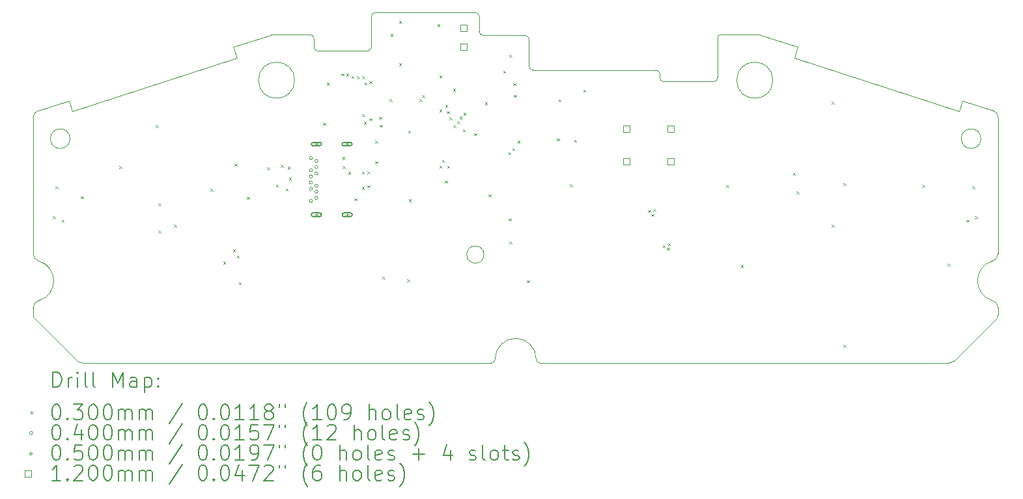
<source format=gbr>
%TF.GenerationSoftware,KiCad,Pcbnew,7.0.6*%
%TF.CreationDate,2023-09-25T23:03:45-07:00*%
%TF.ProjectId,UniSNES,556e6953-4e45-4532-9e6b-696361645f70,rev?*%
%TF.SameCoordinates,Original*%
%TF.FileFunction,Drillmap*%
%TF.FilePolarity,Positive*%
%FSLAX45Y45*%
G04 Gerber Fmt 4.5, Leading zero omitted, Abs format (unit mm)*
G04 Created by KiCad (PCBNEW 7.0.6) date 2023-09-25 23:03:45*
%MOMM*%
%LPD*%
G01*
G04 APERTURE LIST*
%ADD10C,0.100000*%
%ADD11C,0.200000*%
%ADD12C,0.030000*%
%ADD13C,0.040000*%
%ADD14C,0.050000*%
%ADD15C,0.120000*%
G04 APERTURE END LIST*
D10*
X5042125Y-2965140D02*
G75*
G03*
X5042125Y-2965140I-235000J0D01*
G01*
X7442226Y-2133314D02*
G75*
G03*
X7392227Y-2083314I-49996J4D01*
G01*
X13965221Y-3725878D02*
G75*
G03*
X13965221Y-3725878I-127500J0D01*
G01*
X11540747Y-2672922D02*
X11585555Y-2535019D01*
X13725432Y-3230307D02*
X13680624Y-3368210D01*
X4246970Y-2535019D02*
X4735643Y-2376239D01*
X7392227Y-2083314D02*
X6092227Y-2083314D01*
X14190326Y-5929450D02*
X14190326Y-6022450D01*
X11096881Y-2376240D02*
G75*
G03*
X11065979Y-2371345I-30901J-95080D01*
G01*
X8140298Y-2833314D02*
X9740298Y-2833314D01*
X1715138Y-5833181D02*
G75*
G03*
X1715138Y-5318141I-72387J257520D01*
G01*
X1642199Y-6043160D02*
X2215930Y-6616891D01*
X13680624Y-3368210D02*
X11540747Y-2672922D01*
X2286640Y-6646181D02*
X7598796Y-6646181D01*
X14190326Y-5221872D02*
X14190326Y-3454014D01*
X1711297Y-3358908D02*
G75*
G03*
X1642199Y-3454014I30902J-95106D01*
G01*
X5992227Y-2583307D02*
G75*
G03*
X6042227Y-2533314I3J49997D01*
G01*
X11260400Y-2965140D02*
G75*
G03*
X11260400Y-2965140I-235000J0D01*
G01*
X5992227Y-2583314D02*
X5342400Y-2583314D01*
X1642199Y-5929450D02*
X1642199Y-6043160D01*
X2151900Y-3368210D02*
X2107093Y-3230307D01*
X9840298Y-2983314D02*
X10491507Y-2983314D01*
X14175683Y-6057806D02*
G75*
G03*
X14190326Y-6022450I-35363J35356D01*
G01*
X10589738Y-2371349D02*
G75*
G03*
X10539739Y-2421522I-8J-49991D01*
G01*
X10589738Y-2371350D02*
X11065979Y-2371345D01*
X10491507Y-2983317D02*
G75*
G03*
X10541506Y-2933142I3J49997D01*
G01*
X7442226Y-2331644D02*
G75*
G03*
X7492227Y-2381644I50004J4D01*
G01*
X14121228Y-3358909D02*
X13725432Y-3230307D01*
X8183735Y-6595451D02*
G75*
G03*
X8233728Y-6646181I49995J-729D01*
G01*
X8183734Y-6595451D02*
G75*
G03*
X7648791Y-6595451I-267471J3902D01*
G01*
X2122304Y-3725878D02*
G75*
G03*
X2122304Y-3725878I-127500J0D01*
G01*
X14175681Y-6057805D02*
X13616595Y-6616891D01*
X4291777Y-2672922D02*
X2151900Y-3368210D01*
X9790296Y-2933314D02*
G75*
G03*
X9840298Y-2983314I50014J14D01*
G01*
X6092227Y-2083307D02*
G75*
G03*
X6042227Y-2133314I3J-50003D01*
G01*
X4766546Y-2371346D02*
G75*
G03*
X4735643Y-2376239I-6J-99994D01*
G01*
X8040298Y-2381644D02*
X7492227Y-2381644D01*
X5292790Y-2421522D02*
G75*
G03*
X5242786Y-2371350I-50000J172D01*
G01*
X14117387Y-5318143D02*
G75*
G03*
X14190326Y-5221872I-27067J96273D01*
G01*
X4246970Y-2535019D02*
X4291777Y-2672922D01*
X5292396Y-2533142D02*
G75*
G03*
X5342400Y-2583314I50004J-168D01*
G01*
X6042227Y-2133314D02*
X6042227Y-2533314D01*
X9790296Y-2883314D02*
G75*
G03*
X9740298Y-2833314I-49986J14D01*
G01*
X5292400Y-2533142D02*
X5292786Y-2421522D01*
X10541506Y-2933142D02*
X10539739Y-2421522D01*
X7598796Y-6646176D02*
G75*
G03*
X7648791Y-6595451I4J49996D01*
G01*
X5242786Y-2371350D02*
X4766546Y-2371345D01*
X7504028Y-5234179D02*
G75*
G03*
X7504028Y-5234179I-112500J0D01*
G01*
X1715138Y-5833180D02*
G75*
G03*
X1642199Y-5929450I27062J-96270D01*
G01*
X14117386Y-5318140D02*
G75*
G03*
X14117386Y-5833180I72384J-257520D01*
G01*
X8090306Y-2431644D02*
G75*
G03*
X8040298Y-2381644I-50006J-6D01*
G01*
X14190327Y-3454014D02*
G75*
G03*
X14121228Y-3358909I-100007J-6D01*
G01*
X11585555Y-2535019D02*
X11096881Y-2376239D01*
X14190331Y-5929450D02*
G75*
G03*
X14117386Y-5833181I-100012J-10D01*
G01*
X13545884Y-6646183D02*
G75*
G03*
X13616595Y-6616891I-4J100003D01*
G01*
X2215929Y-6616892D02*
G75*
G03*
X2286640Y-6646181I70711J70712D01*
G01*
X1642199Y-5221872D02*
X1642199Y-3454014D01*
X8090296Y-2783314D02*
G75*
G03*
X8140298Y-2833314I50004J4D01*
G01*
X7442227Y-2331644D02*
X7442227Y-2133314D01*
X1711297Y-3358909D02*
X2107093Y-3230307D01*
X8090298Y-2431644D02*
X8090298Y-2783314D01*
X9790298Y-2883314D02*
X9790298Y-2933314D01*
X8233728Y-6646181D02*
X13545884Y-6646181D01*
X1642198Y-5221872D02*
G75*
G03*
X1715138Y-5318141I100002J2D01*
G01*
D11*
D12*
X1900160Y-4734800D02*
X1930160Y-4764800D01*
X1930160Y-4734800D02*
X1900160Y-4764800D01*
X1935720Y-4343640D02*
X1965720Y-4373640D01*
X1965720Y-4343640D02*
X1935720Y-4373640D01*
X2013680Y-4781188D02*
X2043680Y-4811188D01*
X2043680Y-4781188D02*
X2013680Y-4811188D01*
X2265920Y-4475720D02*
X2295920Y-4505720D01*
X2295920Y-4475720D02*
X2265920Y-4505720D01*
X2763760Y-4084560D02*
X2793760Y-4114560D01*
X2793760Y-4084560D02*
X2763760Y-4114560D01*
X3236200Y-3551160D02*
X3266200Y-3581160D01*
X3266200Y-3551160D02*
X3236200Y-3581160D01*
X3271760Y-4567160D02*
X3301760Y-4597160D01*
X3301760Y-4567160D02*
X3271760Y-4597160D01*
X3271760Y-4922760D02*
X3301760Y-4952760D01*
X3301760Y-4922760D02*
X3271760Y-4952760D01*
X3474960Y-4846560D02*
X3504960Y-4876560D01*
X3504960Y-4846560D02*
X3474960Y-4876560D01*
X3947400Y-4379200D02*
X3977400Y-4409200D01*
X3977400Y-4379200D02*
X3947400Y-4409200D01*
X4115040Y-5329160D02*
X4145040Y-5359160D01*
X4145040Y-5329160D02*
X4115040Y-5359160D01*
X4242040Y-5166600D02*
X4272040Y-5196600D01*
X4272040Y-5166600D02*
X4242040Y-5196600D01*
X4262360Y-4054080D02*
X4292360Y-4084080D01*
X4292360Y-4054080D02*
X4262360Y-4084080D01*
X4292840Y-5247880D02*
X4322840Y-5277880D01*
X4322840Y-5247880D02*
X4292840Y-5277880D01*
X4318240Y-5593320D02*
X4348240Y-5623320D01*
X4348240Y-5593320D02*
X4318240Y-5623320D01*
X4424920Y-4485880D02*
X4454920Y-4515880D01*
X4454920Y-4485880D02*
X4424920Y-4515880D01*
X4684000Y-4099800D02*
X4714000Y-4129800D01*
X4714000Y-4099800D02*
X4684000Y-4129800D01*
X4800840Y-4323320D02*
X4830840Y-4353320D01*
X4830840Y-4323320D02*
X4800840Y-4353320D01*
X4861800Y-4064240D02*
X4891800Y-4094240D01*
X4891800Y-4064240D02*
X4861800Y-4094240D01*
X4927840Y-4374120D02*
X4957840Y-4404120D01*
X4957840Y-4374120D02*
X4927840Y-4404120D01*
X4951333Y-4092755D02*
X4981333Y-4122755D01*
X4981333Y-4092755D02*
X4951333Y-4122755D01*
X4968480Y-4236960D02*
X4998480Y-4266960D01*
X4998480Y-4236960D02*
X4968480Y-4266960D01*
X5415520Y-3520680D02*
X5445520Y-3550680D01*
X5445520Y-3520680D02*
X5415520Y-3550680D01*
X5461240Y-2997440D02*
X5491240Y-3027440D01*
X5491240Y-2997440D02*
X5461240Y-3027440D01*
X5649200Y-2875520D02*
X5679200Y-2905520D01*
X5679200Y-2875520D02*
X5649200Y-2905520D01*
X5664440Y-3962640D02*
X5694440Y-3992640D01*
X5694440Y-3962640D02*
X5664440Y-3992640D01*
X5669520Y-4084560D02*
X5699520Y-4114560D01*
X5699520Y-4084560D02*
X5669520Y-4114560D01*
X5715240Y-2880600D02*
X5745240Y-2910600D01*
X5745240Y-2880600D02*
X5715240Y-2910600D01*
X5740640Y-4160760D02*
X5770640Y-4190760D01*
X5770640Y-4160760D02*
X5740640Y-4190760D01*
X5781280Y-2911080D02*
X5811280Y-2941080D01*
X5811280Y-2911080D02*
X5781280Y-2941080D01*
X5821920Y-4501120D02*
X5851920Y-4531120D01*
X5851920Y-4501120D02*
X5821920Y-4531120D01*
X5852400Y-2916160D02*
X5882400Y-2946160D01*
X5882400Y-2916160D02*
X5852400Y-2946160D01*
X5918440Y-4155680D02*
X5948440Y-4185680D01*
X5948440Y-4155680D02*
X5918440Y-4185680D01*
X5918440Y-4353800D02*
X5948440Y-4383800D01*
X5948440Y-4353800D02*
X5918440Y-4383800D01*
X5923520Y-2916160D02*
X5953520Y-2946160D01*
X5953520Y-2916160D02*
X5923520Y-2946160D01*
X5923520Y-3403840D02*
X5953520Y-3433840D01*
X5953520Y-3403840D02*
X5923520Y-3433840D01*
X5943840Y-3505440D02*
X5973840Y-3535440D01*
X5973840Y-3505440D02*
X5943840Y-3535440D01*
X5952581Y-2996201D02*
X5982581Y-3026201D01*
X5982581Y-2996201D02*
X5952581Y-3026201D01*
X5989560Y-4150600D02*
X6019560Y-4180600D01*
X6019560Y-4150600D02*
X5989560Y-4180600D01*
X5989560Y-4333480D02*
X6019560Y-4363480D01*
X6019560Y-4333480D02*
X5989560Y-4363480D01*
X6014960Y-3459720D02*
X6044960Y-3489720D01*
X6044960Y-3459720D02*
X6014960Y-3489720D01*
X6016301Y-2978744D02*
X6046301Y-3008744D01*
X6046301Y-2978744D02*
X6016301Y-3008744D01*
X6091160Y-3754360D02*
X6121160Y-3784360D01*
X6121160Y-3754360D02*
X6091160Y-3784360D01*
X6091160Y-4018520D02*
X6121160Y-4048520D01*
X6121160Y-4018520D02*
X6091160Y-4048520D01*
X6141960Y-3444480D02*
X6171960Y-3474480D01*
X6171960Y-3444480D02*
X6141960Y-3474480D01*
X6152120Y-3546080D02*
X6182120Y-3576080D01*
X6182120Y-3546080D02*
X6152120Y-3576080D01*
X6182600Y-5522200D02*
X6212600Y-5552200D01*
X6212600Y-5522200D02*
X6182600Y-5552200D01*
X6279120Y-3210800D02*
X6309120Y-3240800D01*
X6309120Y-3210800D02*
X6279120Y-3240800D01*
X6289280Y-2362440D02*
X6319280Y-2392440D01*
X6319280Y-2362440D02*
X6289280Y-2392440D01*
X6401040Y-2194800D02*
X6431040Y-2224800D01*
X6431040Y-2194800D02*
X6401040Y-2224800D01*
X6401040Y-2743440D02*
X6431040Y-2773440D01*
X6431040Y-2743440D02*
X6401040Y-2773440D01*
X6507720Y-5557760D02*
X6537720Y-5587760D01*
X6537720Y-5557760D02*
X6507720Y-5587760D01*
X6517880Y-3622280D02*
X6547880Y-3652280D01*
X6547880Y-3622280D02*
X6517880Y-3652280D01*
X6528040Y-4516360D02*
X6558040Y-4546360D01*
X6558040Y-4516360D02*
X6528040Y-4546360D01*
X6665200Y-3210800D02*
X6695200Y-3240800D01*
X6695200Y-3210800D02*
X6665200Y-3240800D01*
X6700760Y-3160000D02*
X6730760Y-3190000D01*
X6730760Y-3160000D02*
X6700760Y-3190000D01*
X6898880Y-2235440D02*
X6928880Y-2265440D01*
X6928880Y-2235440D02*
X6898880Y-2265440D01*
X6923541Y-2907431D02*
X6953541Y-2937431D01*
X6953541Y-2907431D02*
X6923541Y-2937431D01*
X6924280Y-3347960D02*
X6954280Y-3377960D01*
X6954280Y-3347960D02*
X6924280Y-3377960D01*
X6924280Y-4079480D02*
X6954280Y-4109480D01*
X6954280Y-4079480D02*
X6924280Y-4109480D01*
X6959840Y-4003280D02*
X6989840Y-4033280D01*
X6989840Y-4003280D02*
X6959840Y-4033280D01*
X6995400Y-4272520D02*
X7025400Y-4302520D01*
X7025400Y-4272520D02*
X6995400Y-4302520D01*
X7000480Y-3287000D02*
X7030480Y-3317000D01*
X7030480Y-3287000D02*
X7000480Y-3317000D01*
X7020800Y-3368280D02*
X7050800Y-3398280D01*
X7050800Y-3368280D02*
X7020800Y-3398280D01*
X7025880Y-4079480D02*
X7055880Y-4109480D01*
X7055880Y-4079480D02*
X7025880Y-4109480D01*
X7056360Y-3449560D02*
X7086360Y-3479560D01*
X7086360Y-3449560D02*
X7056360Y-3479560D01*
X7102080Y-3073640D02*
X7132080Y-3103640D01*
X7132080Y-3073640D02*
X7102080Y-3103640D01*
X7107160Y-3551160D02*
X7137160Y-3581160D01*
X7137160Y-3551160D02*
X7107160Y-3581160D01*
X7157960Y-3500360D02*
X7187960Y-3530360D01*
X7187960Y-3500360D02*
X7157960Y-3530360D01*
X7188440Y-3439400D02*
X7218440Y-3469400D01*
X7218440Y-3439400D02*
X7188440Y-3469400D01*
X7227613Y-3603924D02*
X7257613Y-3633924D01*
X7257613Y-3603924D02*
X7227613Y-3633924D01*
X7239240Y-3388600D02*
X7269240Y-3418600D01*
X7269240Y-3388600D02*
X7239240Y-3418600D01*
X7375566Y-3654333D02*
X7405566Y-3684333D01*
X7405566Y-3654333D02*
X7375566Y-3684333D01*
X7518640Y-3251440D02*
X7548640Y-3281440D01*
X7548640Y-3251440D02*
X7518640Y-3281440D01*
X7564360Y-4450320D02*
X7594360Y-4480320D01*
X7594360Y-4450320D02*
X7564360Y-4480320D01*
X7753840Y-2841000D02*
X7783840Y-2871000D01*
X7783840Y-2841000D02*
X7753840Y-2871000D01*
X7823440Y-3901680D02*
X7853440Y-3931680D01*
X7853440Y-3901680D02*
X7823440Y-3931680D01*
X7828520Y-4765280D02*
X7858520Y-4795280D01*
X7858520Y-4765280D02*
X7828520Y-4795280D01*
X7833600Y-5065000D02*
X7863600Y-5095000D01*
X7863600Y-5065000D02*
X7833600Y-5095000D01*
X7835120Y-2632720D02*
X7865120Y-2662720D01*
X7865120Y-2632720D02*
X7835120Y-2662720D01*
X7874240Y-3850880D02*
X7904240Y-3880880D01*
X7904240Y-3850880D02*
X7874240Y-3880880D01*
X7885920Y-3003560D02*
X7915920Y-3033560D01*
X7915920Y-3003560D02*
X7885920Y-3033560D01*
X7894560Y-3154920D02*
X7924560Y-3184920D01*
X7924560Y-3154920D02*
X7894560Y-3184920D01*
X7940280Y-3754360D02*
X7970280Y-3784360D01*
X7970280Y-3754360D02*
X7940280Y-3784360D01*
X8062200Y-5567920D02*
X8092200Y-5597920D01*
X8092200Y-5567920D02*
X8062200Y-5597920D01*
X8453360Y-3723880D02*
X8483360Y-3753880D01*
X8483360Y-3723880D02*
X8453360Y-3753880D01*
X8473680Y-3215880D02*
X8503680Y-3245880D01*
X8503680Y-3215880D02*
X8473680Y-3245880D01*
X8623019Y-4320727D02*
X8653019Y-4350727D01*
X8653019Y-4320727D02*
X8623019Y-4350727D01*
X8676880Y-3739120D02*
X8706880Y-3769120D01*
X8706880Y-3739120D02*
X8676880Y-3769120D01*
X8794019Y-3086261D02*
X8824019Y-3116261D01*
X8824019Y-3086261D02*
X8794019Y-3116261D01*
X9637000Y-4653520D02*
X9667000Y-4683520D01*
X9667000Y-4653520D02*
X9637000Y-4683520D01*
X9682720Y-4704320D02*
X9712720Y-4734320D01*
X9712720Y-4704320D02*
X9682720Y-4734320D01*
X9708120Y-4643360D02*
X9738120Y-4673360D01*
X9738120Y-4643360D02*
X9708120Y-4673360D01*
X9830040Y-5110720D02*
X9860040Y-5140720D01*
X9860040Y-5110720D02*
X9830040Y-5140720D01*
X9885920Y-5146280D02*
X9915920Y-5176280D01*
X9915920Y-5146280D02*
X9885920Y-5176280D01*
X9896080Y-5085320D02*
X9926080Y-5115320D01*
X9926080Y-5085320D02*
X9896080Y-5115320D01*
X10653000Y-4328400D02*
X10683000Y-4358400D01*
X10683000Y-4328400D02*
X10653000Y-4358400D01*
X10846040Y-5369800D02*
X10876040Y-5399800D01*
X10876040Y-5369800D02*
X10846040Y-5399800D01*
X11521680Y-4170920D02*
X11551680Y-4200920D01*
X11551680Y-4170920D02*
X11521680Y-4200920D01*
X11567400Y-4414760D02*
X11597400Y-4444760D01*
X11597400Y-4414760D02*
X11567400Y-4444760D01*
X12024600Y-3246360D02*
X12054600Y-3276360D01*
X12054600Y-3246360D02*
X12024600Y-3276360D01*
X12024600Y-4846560D02*
X12054600Y-4876560D01*
X12054600Y-4846560D02*
X12024600Y-4876560D01*
X12177000Y-4303000D02*
X12207000Y-4333000D01*
X12207000Y-4303000D02*
X12177000Y-4333000D01*
X12177000Y-6411200D02*
X12207000Y-6441200D01*
X12207000Y-6411200D02*
X12177000Y-6441200D01*
X13203160Y-4328400D02*
X13233160Y-4358400D01*
X13233160Y-4328400D02*
X13203160Y-4358400D01*
X13533360Y-5354560D02*
X13563360Y-5384560D01*
X13563360Y-5354560D02*
X13533360Y-5384560D01*
X13777640Y-4781092D02*
X13807640Y-4811092D01*
X13807640Y-4781092D02*
X13777640Y-4811092D01*
X13853400Y-4343640D02*
X13883400Y-4373640D01*
X13883400Y-4343640D02*
X13853400Y-4373640D01*
X13887186Y-4735266D02*
X13917186Y-4765266D01*
X13917186Y-4735266D02*
X13887186Y-4765266D01*
D13*
X5274476Y-3976889D02*
G75*
G03*
X5274476Y-3976889I-20000J0D01*
G01*
X5274476Y-4136889D02*
G75*
G03*
X5274476Y-4136889I-20000J0D01*
G01*
X5274476Y-4216890D02*
G75*
G03*
X5274476Y-4216890I-20000J0D01*
G01*
X5274476Y-4296890D02*
G75*
G03*
X5274476Y-4296890I-20000J0D01*
G01*
X5274476Y-4376890D02*
G75*
G03*
X5274476Y-4376890I-20000J0D01*
G01*
X5274476Y-4536890D02*
G75*
G03*
X5274476Y-4536890I-20000J0D01*
G01*
X5345476Y-4016889D02*
G75*
G03*
X5345476Y-4016889I-20000J0D01*
G01*
X5345476Y-4096889D02*
G75*
G03*
X5345476Y-4096889I-20000J0D01*
G01*
X5345476Y-4176889D02*
G75*
G03*
X5345476Y-4176889I-20000J0D01*
G01*
X5345476Y-4336890D02*
G75*
G03*
X5345476Y-4336890I-20000J0D01*
G01*
X5345476Y-4416890D02*
G75*
G03*
X5345476Y-4416890I-20000J0D01*
G01*
X5345476Y-4496890D02*
G75*
G03*
X5345476Y-4496890I-20000J0D01*
G01*
D14*
X5325476Y-3771889D02*
X5325476Y-3821889D01*
X5300476Y-3796889D02*
X5350476Y-3796889D01*
D11*
X5365476Y-3771889D02*
X5285476Y-3771889D01*
X5285476Y-3771889D02*
G75*
G03*
X5285476Y-3821889I0J-25000D01*
G01*
X5285476Y-3821889D02*
X5365476Y-3821889D01*
X5365476Y-3821889D02*
G75*
G03*
X5365476Y-3771889I0J25000D01*
G01*
D14*
X5325476Y-4691890D02*
X5325476Y-4741890D01*
X5300476Y-4716890D02*
X5350476Y-4716890D01*
D11*
X5365476Y-4691890D02*
X5285476Y-4691890D01*
X5285476Y-4691890D02*
G75*
G03*
X5285476Y-4741890I0J-25000D01*
G01*
X5285476Y-4741890D02*
X5365476Y-4741890D01*
X5365476Y-4741890D02*
G75*
G03*
X5365476Y-4691890I0J25000D01*
G01*
D14*
X5725476Y-3771889D02*
X5725476Y-3821889D01*
X5700476Y-3796889D02*
X5750476Y-3796889D01*
D11*
X5765476Y-3771889D02*
X5685476Y-3771889D01*
X5685476Y-3771889D02*
G75*
G03*
X5685476Y-3821889I0J-25000D01*
G01*
X5685476Y-3821889D02*
X5765476Y-3821889D01*
X5765476Y-3821889D02*
G75*
G03*
X5765476Y-3771889I0J25000D01*
G01*
D14*
X5725476Y-4691890D02*
X5725476Y-4741890D01*
X5700476Y-4716890D02*
X5750476Y-4716890D01*
D11*
X5765476Y-4691890D02*
X5685476Y-4691890D01*
X5685476Y-4691890D02*
G75*
G03*
X5685476Y-4741890I0J-25000D01*
G01*
X5685476Y-4741890D02*
X5765476Y-4741890D01*
X5765476Y-4741890D02*
G75*
G03*
X5765476Y-4691890I0J25000D01*
G01*
D15*
X7281427Y-2328427D02*
X7281427Y-2243573D01*
X7196573Y-2243573D01*
X7196573Y-2328427D01*
X7281427Y-2328427D01*
X7281427Y-2572267D02*
X7281427Y-2487413D01*
X7196573Y-2487413D01*
X7196573Y-2572267D01*
X7281427Y-2572267D01*
X9399787Y-3644147D02*
X9399787Y-3559293D01*
X9314933Y-3559293D01*
X9314933Y-3644147D01*
X9399787Y-3644147D01*
X9399787Y-4060707D02*
X9399787Y-3975853D01*
X9314933Y-3975853D01*
X9314933Y-4060707D01*
X9399787Y-4060707D01*
X9971562Y-3644147D02*
X9971562Y-3559293D01*
X9886708Y-3559293D01*
X9886708Y-3644147D01*
X9971562Y-3644147D01*
X9971562Y-4060707D02*
X9971562Y-3975853D01*
X9886708Y-3975853D01*
X9886708Y-4060707D01*
X9971562Y-4060707D01*
D11*
X1897975Y-6962664D02*
X1897975Y-6762664D01*
X1897975Y-6762664D02*
X1945594Y-6762664D01*
X1945594Y-6762664D02*
X1974166Y-6772188D01*
X1974166Y-6772188D02*
X1993214Y-6791236D01*
X1993214Y-6791236D02*
X2002737Y-6810283D01*
X2002737Y-6810283D02*
X2012261Y-6848379D01*
X2012261Y-6848379D02*
X2012261Y-6876950D01*
X2012261Y-6876950D02*
X2002737Y-6915045D01*
X2002737Y-6915045D02*
X1993214Y-6934093D01*
X1993214Y-6934093D02*
X1974166Y-6953141D01*
X1974166Y-6953141D02*
X1945594Y-6962664D01*
X1945594Y-6962664D02*
X1897975Y-6962664D01*
X2097976Y-6962664D02*
X2097976Y-6829331D01*
X2097976Y-6867426D02*
X2107499Y-6848379D01*
X2107499Y-6848379D02*
X2117023Y-6838855D01*
X2117023Y-6838855D02*
X2136071Y-6829331D01*
X2136071Y-6829331D02*
X2155118Y-6829331D01*
X2221785Y-6962664D02*
X2221785Y-6829331D01*
X2221785Y-6762664D02*
X2212261Y-6772188D01*
X2212261Y-6772188D02*
X2221785Y-6781712D01*
X2221785Y-6781712D02*
X2231309Y-6772188D01*
X2231309Y-6772188D02*
X2221785Y-6762664D01*
X2221785Y-6762664D02*
X2221785Y-6781712D01*
X2345595Y-6962664D02*
X2326547Y-6953141D01*
X2326547Y-6953141D02*
X2317023Y-6934093D01*
X2317023Y-6934093D02*
X2317023Y-6762664D01*
X2450356Y-6962664D02*
X2431309Y-6953141D01*
X2431309Y-6953141D02*
X2421785Y-6934093D01*
X2421785Y-6934093D02*
X2421785Y-6762664D01*
X2678928Y-6962664D02*
X2678928Y-6762664D01*
X2678928Y-6762664D02*
X2745595Y-6905521D01*
X2745595Y-6905521D02*
X2812261Y-6762664D01*
X2812261Y-6762664D02*
X2812261Y-6962664D01*
X2993214Y-6962664D02*
X2993214Y-6857902D01*
X2993214Y-6857902D02*
X2983690Y-6838855D01*
X2983690Y-6838855D02*
X2964642Y-6829331D01*
X2964642Y-6829331D02*
X2926547Y-6829331D01*
X2926547Y-6829331D02*
X2907499Y-6838855D01*
X2993214Y-6953141D02*
X2974166Y-6962664D01*
X2974166Y-6962664D02*
X2926547Y-6962664D01*
X2926547Y-6962664D02*
X2907499Y-6953141D01*
X2907499Y-6953141D02*
X2897975Y-6934093D01*
X2897975Y-6934093D02*
X2897975Y-6915045D01*
X2897975Y-6915045D02*
X2907499Y-6895998D01*
X2907499Y-6895998D02*
X2926547Y-6886474D01*
X2926547Y-6886474D02*
X2974166Y-6886474D01*
X2974166Y-6886474D02*
X2993214Y-6876950D01*
X3088452Y-6829331D02*
X3088452Y-7029331D01*
X3088452Y-6838855D02*
X3107499Y-6829331D01*
X3107499Y-6829331D02*
X3145595Y-6829331D01*
X3145595Y-6829331D02*
X3164642Y-6838855D01*
X3164642Y-6838855D02*
X3174166Y-6848379D01*
X3174166Y-6848379D02*
X3183690Y-6867426D01*
X3183690Y-6867426D02*
X3183690Y-6924569D01*
X3183690Y-6924569D02*
X3174166Y-6943617D01*
X3174166Y-6943617D02*
X3164642Y-6953141D01*
X3164642Y-6953141D02*
X3145595Y-6962664D01*
X3145595Y-6962664D02*
X3107499Y-6962664D01*
X3107499Y-6962664D02*
X3088452Y-6953141D01*
X3269404Y-6943617D02*
X3278928Y-6953141D01*
X3278928Y-6953141D02*
X3269404Y-6962664D01*
X3269404Y-6962664D02*
X3259880Y-6953141D01*
X3259880Y-6953141D02*
X3269404Y-6943617D01*
X3269404Y-6943617D02*
X3269404Y-6962664D01*
X3269404Y-6838855D02*
X3278928Y-6848379D01*
X3278928Y-6848379D02*
X3269404Y-6857902D01*
X3269404Y-6857902D02*
X3259880Y-6848379D01*
X3259880Y-6848379D02*
X3269404Y-6838855D01*
X3269404Y-6838855D02*
X3269404Y-6857902D01*
D12*
X1607199Y-7276181D02*
X1637199Y-7306181D01*
X1637199Y-7276181D02*
X1607199Y-7306181D01*
D11*
X1936071Y-7182664D02*
X1955118Y-7182664D01*
X1955118Y-7182664D02*
X1974166Y-7192188D01*
X1974166Y-7192188D02*
X1983690Y-7201712D01*
X1983690Y-7201712D02*
X1993214Y-7220760D01*
X1993214Y-7220760D02*
X2002737Y-7258855D01*
X2002737Y-7258855D02*
X2002737Y-7306474D01*
X2002737Y-7306474D02*
X1993214Y-7344569D01*
X1993214Y-7344569D02*
X1983690Y-7363617D01*
X1983690Y-7363617D02*
X1974166Y-7373141D01*
X1974166Y-7373141D02*
X1955118Y-7382664D01*
X1955118Y-7382664D02*
X1936071Y-7382664D01*
X1936071Y-7382664D02*
X1917023Y-7373141D01*
X1917023Y-7373141D02*
X1907499Y-7363617D01*
X1907499Y-7363617D02*
X1897975Y-7344569D01*
X1897975Y-7344569D02*
X1888452Y-7306474D01*
X1888452Y-7306474D02*
X1888452Y-7258855D01*
X1888452Y-7258855D02*
X1897975Y-7220760D01*
X1897975Y-7220760D02*
X1907499Y-7201712D01*
X1907499Y-7201712D02*
X1917023Y-7192188D01*
X1917023Y-7192188D02*
X1936071Y-7182664D01*
X2088452Y-7363617D02*
X2097976Y-7373141D01*
X2097976Y-7373141D02*
X2088452Y-7382664D01*
X2088452Y-7382664D02*
X2078928Y-7373141D01*
X2078928Y-7373141D02*
X2088452Y-7363617D01*
X2088452Y-7363617D02*
X2088452Y-7382664D01*
X2164642Y-7182664D02*
X2288452Y-7182664D01*
X2288452Y-7182664D02*
X2221785Y-7258855D01*
X2221785Y-7258855D02*
X2250357Y-7258855D01*
X2250357Y-7258855D02*
X2269404Y-7268379D01*
X2269404Y-7268379D02*
X2278928Y-7277902D01*
X2278928Y-7277902D02*
X2288452Y-7296950D01*
X2288452Y-7296950D02*
X2288452Y-7344569D01*
X2288452Y-7344569D02*
X2278928Y-7363617D01*
X2278928Y-7363617D02*
X2269404Y-7373141D01*
X2269404Y-7373141D02*
X2250357Y-7382664D01*
X2250357Y-7382664D02*
X2193214Y-7382664D01*
X2193214Y-7382664D02*
X2174166Y-7373141D01*
X2174166Y-7373141D02*
X2164642Y-7363617D01*
X2412261Y-7182664D02*
X2431309Y-7182664D01*
X2431309Y-7182664D02*
X2450357Y-7192188D01*
X2450357Y-7192188D02*
X2459880Y-7201712D01*
X2459880Y-7201712D02*
X2469404Y-7220760D01*
X2469404Y-7220760D02*
X2478928Y-7258855D01*
X2478928Y-7258855D02*
X2478928Y-7306474D01*
X2478928Y-7306474D02*
X2469404Y-7344569D01*
X2469404Y-7344569D02*
X2459880Y-7363617D01*
X2459880Y-7363617D02*
X2450357Y-7373141D01*
X2450357Y-7373141D02*
X2431309Y-7382664D01*
X2431309Y-7382664D02*
X2412261Y-7382664D01*
X2412261Y-7382664D02*
X2393214Y-7373141D01*
X2393214Y-7373141D02*
X2383690Y-7363617D01*
X2383690Y-7363617D02*
X2374166Y-7344569D01*
X2374166Y-7344569D02*
X2364642Y-7306474D01*
X2364642Y-7306474D02*
X2364642Y-7258855D01*
X2364642Y-7258855D02*
X2374166Y-7220760D01*
X2374166Y-7220760D02*
X2383690Y-7201712D01*
X2383690Y-7201712D02*
X2393214Y-7192188D01*
X2393214Y-7192188D02*
X2412261Y-7182664D01*
X2602737Y-7182664D02*
X2621785Y-7182664D01*
X2621785Y-7182664D02*
X2640833Y-7192188D01*
X2640833Y-7192188D02*
X2650357Y-7201712D01*
X2650357Y-7201712D02*
X2659880Y-7220760D01*
X2659880Y-7220760D02*
X2669404Y-7258855D01*
X2669404Y-7258855D02*
X2669404Y-7306474D01*
X2669404Y-7306474D02*
X2659880Y-7344569D01*
X2659880Y-7344569D02*
X2650357Y-7363617D01*
X2650357Y-7363617D02*
X2640833Y-7373141D01*
X2640833Y-7373141D02*
X2621785Y-7382664D01*
X2621785Y-7382664D02*
X2602737Y-7382664D01*
X2602737Y-7382664D02*
X2583690Y-7373141D01*
X2583690Y-7373141D02*
X2574166Y-7363617D01*
X2574166Y-7363617D02*
X2564642Y-7344569D01*
X2564642Y-7344569D02*
X2555118Y-7306474D01*
X2555118Y-7306474D02*
X2555118Y-7258855D01*
X2555118Y-7258855D02*
X2564642Y-7220760D01*
X2564642Y-7220760D02*
X2574166Y-7201712D01*
X2574166Y-7201712D02*
X2583690Y-7192188D01*
X2583690Y-7192188D02*
X2602737Y-7182664D01*
X2755118Y-7382664D02*
X2755118Y-7249331D01*
X2755118Y-7268379D02*
X2764642Y-7258855D01*
X2764642Y-7258855D02*
X2783690Y-7249331D01*
X2783690Y-7249331D02*
X2812261Y-7249331D01*
X2812261Y-7249331D02*
X2831309Y-7258855D01*
X2831309Y-7258855D02*
X2840833Y-7277902D01*
X2840833Y-7277902D02*
X2840833Y-7382664D01*
X2840833Y-7277902D02*
X2850356Y-7258855D01*
X2850356Y-7258855D02*
X2869404Y-7249331D01*
X2869404Y-7249331D02*
X2897975Y-7249331D01*
X2897975Y-7249331D02*
X2917023Y-7258855D01*
X2917023Y-7258855D02*
X2926547Y-7277902D01*
X2926547Y-7277902D02*
X2926547Y-7382664D01*
X3021785Y-7382664D02*
X3021785Y-7249331D01*
X3021785Y-7268379D02*
X3031309Y-7258855D01*
X3031309Y-7258855D02*
X3050356Y-7249331D01*
X3050356Y-7249331D02*
X3078928Y-7249331D01*
X3078928Y-7249331D02*
X3097976Y-7258855D01*
X3097976Y-7258855D02*
X3107499Y-7277902D01*
X3107499Y-7277902D02*
X3107499Y-7382664D01*
X3107499Y-7277902D02*
X3117023Y-7258855D01*
X3117023Y-7258855D02*
X3136071Y-7249331D01*
X3136071Y-7249331D02*
X3164642Y-7249331D01*
X3164642Y-7249331D02*
X3183690Y-7258855D01*
X3183690Y-7258855D02*
X3193214Y-7277902D01*
X3193214Y-7277902D02*
X3193214Y-7382664D01*
X3583690Y-7173141D02*
X3412261Y-7430283D01*
X3840833Y-7182664D02*
X3859880Y-7182664D01*
X3859880Y-7182664D02*
X3878928Y-7192188D01*
X3878928Y-7192188D02*
X3888452Y-7201712D01*
X3888452Y-7201712D02*
X3897976Y-7220760D01*
X3897976Y-7220760D02*
X3907499Y-7258855D01*
X3907499Y-7258855D02*
X3907499Y-7306474D01*
X3907499Y-7306474D02*
X3897976Y-7344569D01*
X3897976Y-7344569D02*
X3888452Y-7363617D01*
X3888452Y-7363617D02*
X3878928Y-7373141D01*
X3878928Y-7373141D02*
X3859880Y-7382664D01*
X3859880Y-7382664D02*
X3840833Y-7382664D01*
X3840833Y-7382664D02*
X3821785Y-7373141D01*
X3821785Y-7373141D02*
X3812261Y-7363617D01*
X3812261Y-7363617D02*
X3802738Y-7344569D01*
X3802738Y-7344569D02*
X3793214Y-7306474D01*
X3793214Y-7306474D02*
X3793214Y-7258855D01*
X3793214Y-7258855D02*
X3802738Y-7220760D01*
X3802738Y-7220760D02*
X3812261Y-7201712D01*
X3812261Y-7201712D02*
X3821785Y-7192188D01*
X3821785Y-7192188D02*
X3840833Y-7182664D01*
X3993214Y-7363617D02*
X4002738Y-7373141D01*
X4002738Y-7373141D02*
X3993214Y-7382664D01*
X3993214Y-7382664D02*
X3983690Y-7373141D01*
X3983690Y-7373141D02*
X3993214Y-7363617D01*
X3993214Y-7363617D02*
X3993214Y-7382664D01*
X4126547Y-7182664D02*
X4145595Y-7182664D01*
X4145595Y-7182664D02*
X4164642Y-7192188D01*
X4164642Y-7192188D02*
X4174166Y-7201712D01*
X4174166Y-7201712D02*
X4183690Y-7220760D01*
X4183690Y-7220760D02*
X4193214Y-7258855D01*
X4193214Y-7258855D02*
X4193214Y-7306474D01*
X4193214Y-7306474D02*
X4183690Y-7344569D01*
X4183690Y-7344569D02*
X4174166Y-7363617D01*
X4174166Y-7363617D02*
X4164642Y-7373141D01*
X4164642Y-7373141D02*
X4145595Y-7382664D01*
X4145595Y-7382664D02*
X4126547Y-7382664D01*
X4126547Y-7382664D02*
X4107499Y-7373141D01*
X4107499Y-7373141D02*
X4097976Y-7363617D01*
X4097976Y-7363617D02*
X4088452Y-7344569D01*
X4088452Y-7344569D02*
X4078928Y-7306474D01*
X4078928Y-7306474D02*
X4078928Y-7258855D01*
X4078928Y-7258855D02*
X4088452Y-7220760D01*
X4088452Y-7220760D02*
X4097976Y-7201712D01*
X4097976Y-7201712D02*
X4107499Y-7192188D01*
X4107499Y-7192188D02*
X4126547Y-7182664D01*
X4383690Y-7382664D02*
X4269404Y-7382664D01*
X4326547Y-7382664D02*
X4326547Y-7182664D01*
X4326547Y-7182664D02*
X4307500Y-7211236D01*
X4307500Y-7211236D02*
X4288452Y-7230283D01*
X4288452Y-7230283D02*
X4269404Y-7239807D01*
X4574166Y-7382664D02*
X4459881Y-7382664D01*
X4517023Y-7382664D02*
X4517023Y-7182664D01*
X4517023Y-7182664D02*
X4497976Y-7211236D01*
X4497976Y-7211236D02*
X4478928Y-7230283D01*
X4478928Y-7230283D02*
X4459881Y-7239807D01*
X4688452Y-7268379D02*
X4669404Y-7258855D01*
X4669404Y-7258855D02*
X4659881Y-7249331D01*
X4659881Y-7249331D02*
X4650357Y-7230283D01*
X4650357Y-7230283D02*
X4650357Y-7220760D01*
X4650357Y-7220760D02*
X4659881Y-7201712D01*
X4659881Y-7201712D02*
X4669404Y-7192188D01*
X4669404Y-7192188D02*
X4688452Y-7182664D01*
X4688452Y-7182664D02*
X4726547Y-7182664D01*
X4726547Y-7182664D02*
X4745595Y-7192188D01*
X4745595Y-7192188D02*
X4755119Y-7201712D01*
X4755119Y-7201712D02*
X4764642Y-7220760D01*
X4764642Y-7220760D02*
X4764642Y-7230283D01*
X4764642Y-7230283D02*
X4755119Y-7249331D01*
X4755119Y-7249331D02*
X4745595Y-7258855D01*
X4745595Y-7258855D02*
X4726547Y-7268379D01*
X4726547Y-7268379D02*
X4688452Y-7268379D01*
X4688452Y-7268379D02*
X4669404Y-7277902D01*
X4669404Y-7277902D02*
X4659881Y-7287426D01*
X4659881Y-7287426D02*
X4650357Y-7306474D01*
X4650357Y-7306474D02*
X4650357Y-7344569D01*
X4650357Y-7344569D02*
X4659881Y-7363617D01*
X4659881Y-7363617D02*
X4669404Y-7373141D01*
X4669404Y-7373141D02*
X4688452Y-7382664D01*
X4688452Y-7382664D02*
X4726547Y-7382664D01*
X4726547Y-7382664D02*
X4745595Y-7373141D01*
X4745595Y-7373141D02*
X4755119Y-7363617D01*
X4755119Y-7363617D02*
X4764642Y-7344569D01*
X4764642Y-7344569D02*
X4764642Y-7306474D01*
X4764642Y-7306474D02*
X4755119Y-7287426D01*
X4755119Y-7287426D02*
X4745595Y-7277902D01*
X4745595Y-7277902D02*
X4726547Y-7268379D01*
X4840833Y-7182664D02*
X4840833Y-7220760D01*
X4917023Y-7182664D02*
X4917023Y-7220760D01*
X5212262Y-7458855D02*
X5202738Y-7449331D01*
X5202738Y-7449331D02*
X5183690Y-7420760D01*
X5183690Y-7420760D02*
X5174166Y-7401712D01*
X5174166Y-7401712D02*
X5164643Y-7373141D01*
X5164643Y-7373141D02*
X5155119Y-7325521D01*
X5155119Y-7325521D02*
X5155119Y-7287426D01*
X5155119Y-7287426D02*
X5164643Y-7239807D01*
X5164643Y-7239807D02*
X5174166Y-7211236D01*
X5174166Y-7211236D02*
X5183690Y-7192188D01*
X5183690Y-7192188D02*
X5202738Y-7163617D01*
X5202738Y-7163617D02*
X5212262Y-7154093D01*
X5393214Y-7382664D02*
X5278928Y-7382664D01*
X5336071Y-7382664D02*
X5336071Y-7182664D01*
X5336071Y-7182664D02*
X5317023Y-7211236D01*
X5317023Y-7211236D02*
X5297976Y-7230283D01*
X5297976Y-7230283D02*
X5278928Y-7239807D01*
X5517023Y-7182664D02*
X5536071Y-7182664D01*
X5536071Y-7182664D02*
X5555119Y-7192188D01*
X5555119Y-7192188D02*
X5564643Y-7201712D01*
X5564643Y-7201712D02*
X5574166Y-7220760D01*
X5574166Y-7220760D02*
X5583690Y-7258855D01*
X5583690Y-7258855D02*
X5583690Y-7306474D01*
X5583690Y-7306474D02*
X5574166Y-7344569D01*
X5574166Y-7344569D02*
X5564643Y-7363617D01*
X5564643Y-7363617D02*
X5555119Y-7373141D01*
X5555119Y-7373141D02*
X5536071Y-7382664D01*
X5536071Y-7382664D02*
X5517023Y-7382664D01*
X5517023Y-7382664D02*
X5497976Y-7373141D01*
X5497976Y-7373141D02*
X5488452Y-7363617D01*
X5488452Y-7363617D02*
X5478928Y-7344569D01*
X5478928Y-7344569D02*
X5469404Y-7306474D01*
X5469404Y-7306474D02*
X5469404Y-7258855D01*
X5469404Y-7258855D02*
X5478928Y-7220760D01*
X5478928Y-7220760D02*
X5488452Y-7201712D01*
X5488452Y-7201712D02*
X5497976Y-7192188D01*
X5497976Y-7192188D02*
X5517023Y-7182664D01*
X5678928Y-7382664D02*
X5717023Y-7382664D01*
X5717023Y-7382664D02*
X5736071Y-7373141D01*
X5736071Y-7373141D02*
X5745595Y-7363617D01*
X5745595Y-7363617D02*
X5764642Y-7335045D01*
X5764642Y-7335045D02*
X5774166Y-7296950D01*
X5774166Y-7296950D02*
X5774166Y-7220760D01*
X5774166Y-7220760D02*
X5764642Y-7201712D01*
X5764642Y-7201712D02*
X5755119Y-7192188D01*
X5755119Y-7192188D02*
X5736071Y-7182664D01*
X5736071Y-7182664D02*
X5697976Y-7182664D01*
X5697976Y-7182664D02*
X5678928Y-7192188D01*
X5678928Y-7192188D02*
X5669404Y-7201712D01*
X5669404Y-7201712D02*
X5659881Y-7220760D01*
X5659881Y-7220760D02*
X5659881Y-7268379D01*
X5659881Y-7268379D02*
X5669404Y-7287426D01*
X5669404Y-7287426D02*
X5678928Y-7296950D01*
X5678928Y-7296950D02*
X5697976Y-7306474D01*
X5697976Y-7306474D02*
X5736071Y-7306474D01*
X5736071Y-7306474D02*
X5755119Y-7296950D01*
X5755119Y-7296950D02*
X5764642Y-7287426D01*
X5764642Y-7287426D02*
X5774166Y-7268379D01*
X6012262Y-7382664D02*
X6012262Y-7182664D01*
X6097976Y-7382664D02*
X6097976Y-7277902D01*
X6097976Y-7277902D02*
X6088452Y-7258855D01*
X6088452Y-7258855D02*
X6069404Y-7249331D01*
X6069404Y-7249331D02*
X6040833Y-7249331D01*
X6040833Y-7249331D02*
X6021785Y-7258855D01*
X6021785Y-7258855D02*
X6012262Y-7268379D01*
X6221785Y-7382664D02*
X6202738Y-7373141D01*
X6202738Y-7373141D02*
X6193214Y-7363617D01*
X6193214Y-7363617D02*
X6183690Y-7344569D01*
X6183690Y-7344569D02*
X6183690Y-7287426D01*
X6183690Y-7287426D02*
X6193214Y-7268379D01*
X6193214Y-7268379D02*
X6202738Y-7258855D01*
X6202738Y-7258855D02*
X6221785Y-7249331D01*
X6221785Y-7249331D02*
X6250357Y-7249331D01*
X6250357Y-7249331D02*
X6269404Y-7258855D01*
X6269404Y-7258855D02*
X6278928Y-7268379D01*
X6278928Y-7268379D02*
X6288452Y-7287426D01*
X6288452Y-7287426D02*
X6288452Y-7344569D01*
X6288452Y-7344569D02*
X6278928Y-7363617D01*
X6278928Y-7363617D02*
X6269404Y-7373141D01*
X6269404Y-7373141D02*
X6250357Y-7382664D01*
X6250357Y-7382664D02*
X6221785Y-7382664D01*
X6402738Y-7382664D02*
X6383690Y-7373141D01*
X6383690Y-7373141D02*
X6374166Y-7354093D01*
X6374166Y-7354093D02*
X6374166Y-7182664D01*
X6555119Y-7373141D02*
X6536071Y-7382664D01*
X6536071Y-7382664D02*
X6497976Y-7382664D01*
X6497976Y-7382664D02*
X6478928Y-7373141D01*
X6478928Y-7373141D02*
X6469404Y-7354093D01*
X6469404Y-7354093D02*
X6469404Y-7277902D01*
X6469404Y-7277902D02*
X6478928Y-7258855D01*
X6478928Y-7258855D02*
X6497976Y-7249331D01*
X6497976Y-7249331D02*
X6536071Y-7249331D01*
X6536071Y-7249331D02*
X6555119Y-7258855D01*
X6555119Y-7258855D02*
X6564643Y-7277902D01*
X6564643Y-7277902D02*
X6564643Y-7296950D01*
X6564643Y-7296950D02*
X6469404Y-7315998D01*
X6640833Y-7373141D02*
X6659881Y-7382664D01*
X6659881Y-7382664D02*
X6697976Y-7382664D01*
X6697976Y-7382664D02*
X6717024Y-7373141D01*
X6717024Y-7373141D02*
X6726547Y-7354093D01*
X6726547Y-7354093D02*
X6726547Y-7344569D01*
X6726547Y-7344569D02*
X6717024Y-7325521D01*
X6717024Y-7325521D02*
X6697976Y-7315998D01*
X6697976Y-7315998D02*
X6669404Y-7315998D01*
X6669404Y-7315998D02*
X6650357Y-7306474D01*
X6650357Y-7306474D02*
X6640833Y-7287426D01*
X6640833Y-7287426D02*
X6640833Y-7277902D01*
X6640833Y-7277902D02*
X6650357Y-7258855D01*
X6650357Y-7258855D02*
X6669404Y-7249331D01*
X6669404Y-7249331D02*
X6697976Y-7249331D01*
X6697976Y-7249331D02*
X6717024Y-7258855D01*
X6793214Y-7458855D02*
X6802738Y-7449331D01*
X6802738Y-7449331D02*
X6821785Y-7420760D01*
X6821785Y-7420760D02*
X6831309Y-7401712D01*
X6831309Y-7401712D02*
X6840833Y-7373141D01*
X6840833Y-7373141D02*
X6850357Y-7325521D01*
X6850357Y-7325521D02*
X6850357Y-7287426D01*
X6850357Y-7287426D02*
X6840833Y-7239807D01*
X6840833Y-7239807D02*
X6831309Y-7211236D01*
X6831309Y-7211236D02*
X6821785Y-7192188D01*
X6821785Y-7192188D02*
X6802738Y-7163617D01*
X6802738Y-7163617D02*
X6793214Y-7154093D01*
D13*
X1637199Y-7555181D02*
G75*
G03*
X1637199Y-7555181I-20000J0D01*
G01*
D11*
X1936071Y-7446664D02*
X1955118Y-7446664D01*
X1955118Y-7446664D02*
X1974166Y-7456188D01*
X1974166Y-7456188D02*
X1983690Y-7465712D01*
X1983690Y-7465712D02*
X1993214Y-7484760D01*
X1993214Y-7484760D02*
X2002737Y-7522855D01*
X2002737Y-7522855D02*
X2002737Y-7570474D01*
X2002737Y-7570474D02*
X1993214Y-7608569D01*
X1993214Y-7608569D02*
X1983690Y-7627617D01*
X1983690Y-7627617D02*
X1974166Y-7637141D01*
X1974166Y-7637141D02*
X1955118Y-7646664D01*
X1955118Y-7646664D02*
X1936071Y-7646664D01*
X1936071Y-7646664D02*
X1917023Y-7637141D01*
X1917023Y-7637141D02*
X1907499Y-7627617D01*
X1907499Y-7627617D02*
X1897975Y-7608569D01*
X1897975Y-7608569D02*
X1888452Y-7570474D01*
X1888452Y-7570474D02*
X1888452Y-7522855D01*
X1888452Y-7522855D02*
X1897975Y-7484760D01*
X1897975Y-7484760D02*
X1907499Y-7465712D01*
X1907499Y-7465712D02*
X1917023Y-7456188D01*
X1917023Y-7456188D02*
X1936071Y-7446664D01*
X2088452Y-7627617D02*
X2097976Y-7637141D01*
X2097976Y-7637141D02*
X2088452Y-7646664D01*
X2088452Y-7646664D02*
X2078928Y-7637141D01*
X2078928Y-7637141D02*
X2088452Y-7627617D01*
X2088452Y-7627617D02*
X2088452Y-7646664D01*
X2269404Y-7513331D02*
X2269404Y-7646664D01*
X2221785Y-7437141D02*
X2174166Y-7579998D01*
X2174166Y-7579998D02*
X2297976Y-7579998D01*
X2412261Y-7446664D02*
X2431309Y-7446664D01*
X2431309Y-7446664D02*
X2450357Y-7456188D01*
X2450357Y-7456188D02*
X2459880Y-7465712D01*
X2459880Y-7465712D02*
X2469404Y-7484760D01*
X2469404Y-7484760D02*
X2478928Y-7522855D01*
X2478928Y-7522855D02*
X2478928Y-7570474D01*
X2478928Y-7570474D02*
X2469404Y-7608569D01*
X2469404Y-7608569D02*
X2459880Y-7627617D01*
X2459880Y-7627617D02*
X2450357Y-7637141D01*
X2450357Y-7637141D02*
X2431309Y-7646664D01*
X2431309Y-7646664D02*
X2412261Y-7646664D01*
X2412261Y-7646664D02*
X2393214Y-7637141D01*
X2393214Y-7637141D02*
X2383690Y-7627617D01*
X2383690Y-7627617D02*
X2374166Y-7608569D01*
X2374166Y-7608569D02*
X2364642Y-7570474D01*
X2364642Y-7570474D02*
X2364642Y-7522855D01*
X2364642Y-7522855D02*
X2374166Y-7484760D01*
X2374166Y-7484760D02*
X2383690Y-7465712D01*
X2383690Y-7465712D02*
X2393214Y-7456188D01*
X2393214Y-7456188D02*
X2412261Y-7446664D01*
X2602737Y-7446664D02*
X2621785Y-7446664D01*
X2621785Y-7446664D02*
X2640833Y-7456188D01*
X2640833Y-7456188D02*
X2650357Y-7465712D01*
X2650357Y-7465712D02*
X2659880Y-7484760D01*
X2659880Y-7484760D02*
X2669404Y-7522855D01*
X2669404Y-7522855D02*
X2669404Y-7570474D01*
X2669404Y-7570474D02*
X2659880Y-7608569D01*
X2659880Y-7608569D02*
X2650357Y-7627617D01*
X2650357Y-7627617D02*
X2640833Y-7637141D01*
X2640833Y-7637141D02*
X2621785Y-7646664D01*
X2621785Y-7646664D02*
X2602737Y-7646664D01*
X2602737Y-7646664D02*
X2583690Y-7637141D01*
X2583690Y-7637141D02*
X2574166Y-7627617D01*
X2574166Y-7627617D02*
X2564642Y-7608569D01*
X2564642Y-7608569D02*
X2555118Y-7570474D01*
X2555118Y-7570474D02*
X2555118Y-7522855D01*
X2555118Y-7522855D02*
X2564642Y-7484760D01*
X2564642Y-7484760D02*
X2574166Y-7465712D01*
X2574166Y-7465712D02*
X2583690Y-7456188D01*
X2583690Y-7456188D02*
X2602737Y-7446664D01*
X2755118Y-7646664D02*
X2755118Y-7513331D01*
X2755118Y-7532379D02*
X2764642Y-7522855D01*
X2764642Y-7522855D02*
X2783690Y-7513331D01*
X2783690Y-7513331D02*
X2812261Y-7513331D01*
X2812261Y-7513331D02*
X2831309Y-7522855D01*
X2831309Y-7522855D02*
X2840833Y-7541902D01*
X2840833Y-7541902D02*
X2840833Y-7646664D01*
X2840833Y-7541902D02*
X2850356Y-7522855D01*
X2850356Y-7522855D02*
X2869404Y-7513331D01*
X2869404Y-7513331D02*
X2897975Y-7513331D01*
X2897975Y-7513331D02*
X2917023Y-7522855D01*
X2917023Y-7522855D02*
X2926547Y-7541902D01*
X2926547Y-7541902D02*
X2926547Y-7646664D01*
X3021785Y-7646664D02*
X3021785Y-7513331D01*
X3021785Y-7532379D02*
X3031309Y-7522855D01*
X3031309Y-7522855D02*
X3050356Y-7513331D01*
X3050356Y-7513331D02*
X3078928Y-7513331D01*
X3078928Y-7513331D02*
X3097976Y-7522855D01*
X3097976Y-7522855D02*
X3107499Y-7541902D01*
X3107499Y-7541902D02*
X3107499Y-7646664D01*
X3107499Y-7541902D02*
X3117023Y-7522855D01*
X3117023Y-7522855D02*
X3136071Y-7513331D01*
X3136071Y-7513331D02*
X3164642Y-7513331D01*
X3164642Y-7513331D02*
X3183690Y-7522855D01*
X3183690Y-7522855D02*
X3193214Y-7541902D01*
X3193214Y-7541902D02*
X3193214Y-7646664D01*
X3583690Y-7437141D02*
X3412261Y-7694283D01*
X3840833Y-7446664D02*
X3859880Y-7446664D01*
X3859880Y-7446664D02*
X3878928Y-7456188D01*
X3878928Y-7456188D02*
X3888452Y-7465712D01*
X3888452Y-7465712D02*
X3897976Y-7484760D01*
X3897976Y-7484760D02*
X3907499Y-7522855D01*
X3907499Y-7522855D02*
X3907499Y-7570474D01*
X3907499Y-7570474D02*
X3897976Y-7608569D01*
X3897976Y-7608569D02*
X3888452Y-7627617D01*
X3888452Y-7627617D02*
X3878928Y-7637141D01*
X3878928Y-7637141D02*
X3859880Y-7646664D01*
X3859880Y-7646664D02*
X3840833Y-7646664D01*
X3840833Y-7646664D02*
X3821785Y-7637141D01*
X3821785Y-7637141D02*
X3812261Y-7627617D01*
X3812261Y-7627617D02*
X3802738Y-7608569D01*
X3802738Y-7608569D02*
X3793214Y-7570474D01*
X3793214Y-7570474D02*
X3793214Y-7522855D01*
X3793214Y-7522855D02*
X3802738Y-7484760D01*
X3802738Y-7484760D02*
X3812261Y-7465712D01*
X3812261Y-7465712D02*
X3821785Y-7456188D01*
X3821785Y-7456188D02*
X3840833Y-7446664D01*
X3993214Y-7627617D02*
X4002738Y-7637141D01*
X4002738Y-7637141D02*
X3993214Y-7646664D01*
X3993214Y-7646664D02*
X3983690Y-7637141D01*
X3983690Y-7637141D02*
X3993214Y-7627617D01*
X3993214Y-7627617D02*
X3993214Y-7646664D01*
X4126547Y-7446664D02*
X4145595Y-7446664D01*
X4145595Y-7446664D02*
X4164642Y-7456188D01*
X4164642Y-7456188D02*
X4174166Y-7465712D01*
X4174166Y-7465712D02*
X4183690Y-7484760D01*
X4183690Y-7484760D02*
X4193214Y-7522855D01*
X4193214Y-7522855D02*
X4193214Y-7570474D01*
X4193214Y-7570474D02*
X4183690Y-7608569D01*
X4183690Y-7608569D02*
X4174166Y-7627617D01*
X4174166Y-7627617D02*
X4164642Y-7637141D01*
X4164642Y-7637141D02*
X4145595Y-7646664D01*
X4145595Y-7646664D02*
X4126547Y-7646664D01*
X4126547Y-7646664D02*
X4107499Y-7637141D01*
X4107499Y-7637141D02*
X4097976Y-7627617D01*
X4097976Y-7627617D02*
X4088452Y-7608569D01*
X4088452Y-7608569D02*
X4078928Y-7570474D01*
X4078928Y-7570474D02*
X4078928Y-7522855D01*
X4078928Y-7522855D02*
X4088452Y-7484760D01*
X4088452Y-7484760D02*
X4097976Y-7465712D01*
X4097976Y-7465712D02*
X4107499Y-7456188D01*
X4107499Y-7456188D02*
X4126547Y-7446664D01*
X4383690Y-7646664D02*
X4269404Y-7646664D01*
X4326547Y-7646664D02*
X4326547Y-7446664D01*
X4326547Y-7446664D02*
X4307500Y-7475236D01*
X4307500Y-7475236D02*
X4288452Y-7494283D01*
X4288452Y-7494283D02*
X4269404Y-7503807D01*
X4564642Y-7446664D02*
X4469404Y-7446664D01*
X4469404Y-7446664D02*
X4459881Y-7541902D01*
X4459881Y-7541902D02*
X4469404Y-7532379D01*
X4469404Y-7532379D02*
X4488452Y-7522855D01*
X4488452Y-7522855D02*
X4536071Y-7522855D01*
X4536071Y-7522855D02*
X4555119Y-7532379D01*
X4555119Y-7532379D02*
X4564642Y-7541902D01*
X4564642Y-7541902D02*
X4574166Y-7560950D01*
X4574166Y-7560950D02*
X4574166Y-7608569D01*
X4574166Y-7608569D02*
X4564642Y-7627617D01*
X4564642Y-7627617D02*
X4555119Y-7637141D01*
X4555119Y-7637141D02*
X4536071Y-7646664D01*
X4536071Y-7646664D02*
X4488452Y-7646664D01*
X4488452Y-7646664D02*
X4469404Y-7637141D01*
X4469404Y-7637141D02*
X4459881Y-7627617D01*
X4640833Y-7446664D02*
X4774166Y-7446664D01*
X4774166Y-7446664D02*
X4688452Y-7646664D01*
X4840833Y-7446664D02*
X4840833Y-7484760D01*
X4917023Y-7446664D02*
X4917023Y-7484760D01*
X5212262Y-7722855D02*
X5202738Y-7713331D01*
X5202738Y-7713331D02*
X5183690Y-7684760D01*
X5183690Y-7684760D02*
X5174166Y-7665712D01*
X5174166Y-7665712D02*
X5164643Y-7637141D01*
X5164643Y-7637141D02*
X5155119Y-7589521D01*
X5155119Y-7589521D02*
X5155119Y-7551426D01*
X5155119Y-7551426D02*
X5164643Y-7503807D01*
X5164643Y-7503807D02*
X5174166Y-7475236D01*
X5174166Y-7475236D02*
X5183690Y-7456188D01*
X5183690Y-7456188D02*
X5202738Y-7427617D01*
X5202738Y-7427617D02*
X5212262Y-7418093D01*
X5393214Y-7646664D02*
X5278928Y-7646664D01*
X5336071Y-7646664D02*
X5336071Y-7446664D01*
X5336071Y-7446664D02*
X5317023Y-7475236D01*
X5317023Y-7475236D02*
X5297976Y-7494283D01*
X5297976Y-7494283D02*
X5278928Y-7503807D01*
X5469404Y-7465712D02*
X5478928Y-7456188D01*
X5478928Y-7456188D02*
X5497976Y-7446664D01*
X5497976Y-7446664D02*
X5545595Y-7446664D01*
X5545595Y-7446664D02*
X5564643Y-7456188D01*
X5564643Y-7456188D02*
X5574166Y-7465712D01*
X5574166Y-7465712D02*
X5583690Y-7484760D01*
X5583690Y-7484760D02*
X5583690Y-7503807D01*
X5583690Y-7503807D02*
X5574166Y-7532379D01*
X5574166Y-7532379D02*
X5459881Y-7646664D01*
X5459881Y-7646664D02*
X5583690Y-7646664D01*
X5821785Y-7646664D02*
X5821785Y-7446664D01*
X5907500Y-7646664D02*
X5907500Y-7541902D01*
X5907500Y-7541902D02*
X5897976Y-7522855D01*
X5897976Y-7522855D02*
X5878928Y-7513331D01*
X5878928Y-7513331D02*
X5850357Y-7513331D01*
X5850357Y-7513331D02*
X5831309Y-7522855D01*
X5831309Y-7522855D02*
X5821785Y-7532379D01*
X6031309Y-7646664D02*
X6012262Y-7637141D01*
X6012262Y-7637141D02*
X6002738Y-7627617D01*
X6002738Y-7627617D02*
X5993214Y-7608569D01*
X5993214Y-7608569D02*
X5993214Y-7551426D01*
X5993214Y-7551426D02*
X6002738Y-7532379D01*
X6002738Y-7532379D02*
X6012262Y-7522855D01*
X6012262Y-7522855D02*
X6031309Y-7513331D01*
X6031309Y-7513331D02*
X6059881Y-7513331D01*
X6059881Y-7513331D02*
X6078928Y-7522855D01*
X6078928Y-7522855D02*
X6088452Y-7532379D01*
X6088452Y-7532379D02*
X6097976Y-7551426D01*
X6097976Y-7551426D02*
X6097976Y-7608569D01*
X6097976Y-7608569D02*
X6088452Y-7627617D01*
X6088452Y-7627617D02*
X6078928Y-7637141D01*
X6078928Y-7637141D02*
X6059881Y-7646664D01*
X6059881Y-7646664D02*
X6031309Y-7646664D01*
X6212262Y-7646664D02*
X6193214Y-7637141D01*
X6193214Y-7637141D02*
X6183690Y-7618093D01*
X6183690Y-7618093D02*
X6183690Y-7446664D01*
X6364643Y-7637141D02*
X6345595Y-7646664D01*
X6345595Y-7646664D02*
X6307500Y-7646664D01*
X6307500Y-7646664D02*
X6288452Y-7637141D01*
X6288452Y-7637141D02*
X6278928Y-7618093D01*
X6278928Y-7618093D02*
X6278928Y-7541902D01*
X6278928Y-7541902D02*
X6288452Y-7522855D01*
X6288452Y-7522855D02*
X6307500Y-7513331D01*
X6307500Y-7513331D02*
X6345595Y-7513331D01*
X6345595Y-7513331D02*
X6364643Y-7522855D01*
X6364643Y-7522855D02*
X6374166Y-7541902D01*
X6374166Y-7541902D02*
X6374166Y-7560950D01*
X6374166Y-7560950D02*
X6278928Y-7579998D01*
X6450357Y-7637141D02*
X6469404Y-7646664D01*
X6469404Y-7646664D02*
X6507500Y-7646664D01*
X6507500Y-7646664D02*
X6526547Y-7637141D01*
X6526547Y-7637141D02*
X6536071Y-7618093D01*
X6536071Y-7618093D02*
X6536071Y-7608569D01*
X6536071Y-7608569D02*
X6526547Y-7589521D01*
X6526547Y-7589521D02*
X6507500Y-7579998D01*
X6507500Y-7579998D02*
X6478928Y-7579998D01*
X6478928Y-7579998D02*
X6459881Y-7570474D01*
X6459881Y-7570474D02*
X6450357Y-7551426D01*
X6450357Y-7551426D02*
X6450357Y-7541902D01*
X6450357Y-7541902D02*
X6459881Y-7522855D01*
X6459881Y-7522855D02*
X6478928Y-7513331D01*
X6478928Y-7513331D02*
X6507500Y-7513331D01*
X6507500Y-7513331D02*
X6526547Y-7522855D01*
X6602738Y-7722855D02*
X6612262Y-7713331D01*
X6612262Y-7713331D02*
X6631309Y-7684760D01*
X6631309Y-7684760D02*
X6640833Y-7665712D01*
X6640833Y-7665712D02*
X6650357Y-7637141D01*
X6650357Y-7637141D02*
X6659881Y-7589521D01*
X6659881Y-7589521D02*
X6659881Y-7551426D01*
X6659881Y-7551426D02*
X6650357Y-7503807D01*
X6650357Y-7503807D02*
X6640833Y-7475236D01*
X6640833Y-7475236D02*
X6631309Y-7456188D01*
X6631309Y-7456188D02*
X6612262Y-7427617D01*
X6612262Y-7427617D02*
X6602738Y-7418093D01*
D14*
X1612199Y-7794181D02*
X1612199Y-7844181D01*
X1587199Y-7819181D02*
X1637199Y-7819181D01*
D11*
X1936071Y-7710664D02*
X1955118Y-7710664D01*
X1955118Y-7710664D02*
X1974166Y-7720188D01*
X1974166Y-7720188D02*
X1983690Y-7729712D01*
X1983690Y-7729712D02*
X1993214Y-7748760D01*
X1993214Y-7748760D02*
X2002737Y-7786855D01*
X2002737Y-7786855D02*
X2002737Y-7834474D01*
X2002737Y-7834474D02*
X1993214Y-7872569D01*
X1993214Y-7872569D02*
X1983690Y-7891617D01*
X1983690Y-7891617D02*
X1974166Y-7901141D01*
X1974166Y-7901141D02*
X1955118Y-7910664D01*
X1955118Y-7910664D02*
X1936071Y-7910664D01*
X1936071Y-7910664D02*
X1917023Y-7901141D01*
X1917023Y-7901141D02*
X1907499Y-7891617D01*
X1907499Y-7891617D02*
X1897975Y-7872569D01*
X1897975Y-7872569D02*
X1888452Y-7834474D01*
X1888452Y-7834474D02*
X1888452Y-7786855D01*
X1888452Y-7786855D02*
X1897975Y-7748760D01*
X1897975Y-7748760D02*
X1907499Y-7729712D01*
X1907499Y-7729712D02*
X1917023Y-7720188D01*
X1917023Y-7720188D02*
X1936071Y-7710664D01*
X2088452Y-7891617D02*
X2097976Y-7901141D01*
X2097976Y-7901141D02*
X2088452Y-7910664D01*
X2088452Y-7910664D02*
X2078928Y-7901141D01*
X2078928Y-7901141D02*
X2088452Y-7891617D01*
X2088452Y-7891617D02*
X2088452Y-7910664D01*
X2278928Y-7710664D02*
X2183690Y-7710664D01*
X2183690Y-7710664D02*
X2174166Y-7805902D01*
X2174166Y-7805902D02*
X2183690Y-7796379D01*
X2183690Y-7796379D02*
X2202737Y-7786855D01*
X2202737Y-7786855D02*
X2250357Y-7786855D01*
X2250357Y-7786855D02*
X2269404Y-7796379D01*
X2269404Y-7796379D02*
X2278928Y-7805902D01*
X2278928Y-7805902D02*
X2288452Y-7824950D01*
X2288452Y-7824950D02*
X2288452Y-7872569D01*
X2288452Y-7872569D02*
X2278928Y-7891617D01*
X2278928Y-7891617D02*
X2269404Y-7901141D01*
X2269404Y-7901141D02*
X2250357Y-7910664D01*
X2250357Y-7910664D02*
X2202737Y-7910664D01*
X2202737Y-7910664D02*
X2183690Y-7901141D01*
X2183690Y-7901141D02*
X2174166Y-7891617D01*
X2412261Y-7710664D02*
X2431309Y-7710664D01*
X2431309Y-7710664D02*
X2450357Y-7720188D01*
X2450357Y-7720188D02*
X2459880Y-7729712D01*
X2459880Y-7729712D02*
X2469404Y-7748760D01*
X2469404Y-7748760D02*
X2478928Y-7786855D01*
X2478928Y-7786855D02*
X2478928Y-7834474D01*
X2478928Y-7834474D02*
X2469404Y-7872569D01*
X2469404Y-7872569D02*
X2459880Y-7891617D01*
X2459880Y-7891617D02*
X2450357Y-7901141D01*
X2450357Y-7901141D02*
X2431309Y-7910664D01*
X2431309Y-7910664D02*
X2412261Y-7910664D01*
X2412261Y-7910664D02*
X2393214Y-7901141D01*
X2393214Y-7901141D02*
X2383690Y-7891617D01*
X2383690Y-7891617D02*
X2374166Y-7872569D01*
X2374166Y-7872569D02*
X2364642Y-7834474D01*
X2364642Y-7834474D02*
X2364642Y-7786855D01*
X2364642Y-7786855D02*
X2374166Y-7748760D01*
X2374166Y-7748760D02*
X2383690Y-7729712D01*
X2383690Y-7729712D02*
X2393214Y-7720188D01*
X2393214Y-7720188D02*
X2412261Y-7710664D01*
X2602737Y-7710664D02*
X2621785Y-7710664D01*
X2621785Y-7710664D02*
X2640833Y-7720188D01*
X2640833Y-7720188D02*
X2650357Y-7729712D01*
X2650357Y-7729712D02*
X2659880Y-7748760D01*
X2659880Y-7748760D02*
X2669404Y-7786855D01*
X2669404Y-7786855D02*
X2669404Y-7834474D01*
X2669404Y-7834474D02*
X2659880Y-7872569D01*
X2659880Y-7872569D02*
X2650357Y-7891617D01*
X2650357Y-7891617D02*
X2640833Y-7901141D01*
X2640833Y-7901141D02*
X2621785Y-7910664D01*
X2621785Y-7910664D02*
X2602737Y-7910664D01*
X2602737Y-7910664D02*
X2583690Y-7901141D01*
X2583690Y-7901141D02*
X2574166Y-7891617D01*
X2574166Y-7891617D02*
X2564642Y-7872569D01*
X2564642Y-7872569D02*
X2555118Y-7834474D01*
X2555118Y-7834474D02*
X2555118Y-7786855D01*
X2555118Y-7786855D02*
X2564642Y-7748760D01*
X2564642Y-7748760D02*
X2574166Y-7729712D01*
X2574166Y-7729712D02*
X2583690Y-7720188D01*
X2583690Y-7720188D02*
X2602737Y-7710664D01*
X2755118Y-7910664D02*
X2755118Y-7777331D01*
X2755118Y-7796379D02*
X2764642Y-7786855D01*
X2764642Y-7786855D02*
X2783690Y-7777331D01*
X2783690Y-7777331D02*
X2812261Y-7777331D01*
X2812261Y-7777331D02*
X2831309Y-7786855D01*
X2831309Y-7786855D02*
X2840833Y-7805902D01*
X2840833Y-7805902D02*
X2840833Y-7910664D01*
X2840833Y-7805902D02*
X2850356Y-7786855D01*
X2850356Y-7786855D02*
X2869404Y-7777331D01*
X2869404Y-7777331D02*
X2897975Y-7777331D01*
X2897975Y-7777331D02*
X2917023Y-7786855D01*
X2917023Y-7786855D02*
X2926547Y-7805902D01*
X2926547Y-7805902D02*
X2926547Y-7910664D01*
X3021785Y-7910664D02*
X3021785Y-7777331D01*
X3021785Y-7796379D02*
X3031309Y-7786855D01*
X3031309Y-7786855D02*
X3050356Y-7777331D01*
X3050356Y-7777331D02*
X3078928Y-7777331D01*
X3078928Y-7777331D02*
X3097976Y-7786855D01*
X3097976Y-7786855D02*
X3107499Y-7805902D01*
X3107499Y-7805902D02*
X3107499Y-7910664D01*
X3107499Y-7805902D02*
X3117023Y-7786855D01*
X3117023Y-7786855D02*
X3136071Y-7777331D01*
X3136071Y-7777331D02*
X3164642Y-7777331D01*
X3164642Y-7777331D02*
X3183690Y-7786855D01*
X3183690Y-7786855D02*
X3193214Y-7805902D01*
X3193214Y-7805902D02*
X3193214Y-7910664D01*
X3583690Y-7701141D02*
X3412261Y-7958283D01*
X3840833Y-7710664D02*
X3859880Y-7710664D01*
X3859880Y-7710664D02*
X3878928Y-7720188D01*
X3878928Y-7720188D02*
X3888452Y-7729712D01*
X3888452Y-7729712D02*
X3897976Y-7748760D01*
X3897976Y-7748760D02*
X3907499Y-7786855D01*
X3907499Y-7786855D02*
X3907499Y-7834474D01*
X3907499Y-7834474D02*
X3897976Y-7872569D01*
X3897976Y-7872569D02*
X3888452Y-7891617D01*
X3888452Y-7891617D02*
X3878928Y-7901141D01*
X3878928Y-7901141D02*
X3859880Y-7910664D01*
X3859880Y-7910664D02*
X3840833Y-7910664D01*
X3840833Y-7910664D02*
X3821785Y-7901141D01*
X3821785Y-7901141D02*
X3812261Y-7891617D01*
X3812261Y-7891617D02*
X3802738Y-7872569D01*
X3802738Y-7872569D02*
X3793214Y-7834474D01*
X3793214Y-7834474D02*
X3793214Y-7786855D01*
X3793214Y-7786855D02*
X3802738Y-7748760D01*
X3802738Y-7748760D02*
X3812261Y-7729712D01*
X3812261Y-7729712D02*
X3821785Y-7720188D01*
X3821785Y-7720188D02*
X3840833Y-7710664D01*
X3993214Y-7891617D02*
X4002738Y-7901141D01*
X4002738Y-7901141D02*
X3993214Y-7910664D01*
X3993214Y-7910664D02*
X3983690Y-7901141D01*
X3983690Y-7901141D02*
X3993214Y-7891617D01*
X3993214Y-7891617D02*
X3993214Y-7910664D01*
X4126547Y-7710664D02*
X4145595Y-7710664D01*
X4145595Y-7710664D02*
X4164642Y-7720188D01*
X4164642Y-7720188D02*
X4174166Y-7729712D01*
X4174166Y-7729712D02*
X4183690Y-7748760D01*
X4183690Y-7748760D02*
X4193214Y-7786855D01*
X4193214Y-7786855D02*
X4193214Y-7834474D01*
X4193214Y-7834474D02*
X4183690Y-7872569D01*
X4183690Y-7872569D02*
X4174166Y-7891617D01*
X4174166Y-7891617D02*
X4164642Y-7901141D01*
X4164642Y-7901141D02*
X4145595Y-7910664D01*
X4145595Y-7910664D02*
X4126547Y-7910664D01*
X4126547Y-7910664D02*
X4107499Y-7901141D01*
X4107499Y-7901141D02*
X4097976Y-7891617D01*
X4097976Y-7891617D02*
X4088452Y-7872569D01*
X4088452Y-7872569D02*
X4078928Y-7834474D01*
X4078928Y-7834474D02*
X4078928Y-7786855D01*
X4078928Y-7786855D02*
X4088452Y-7748760D01*
X4088452Y-7748760D02*
X4097976Y-7729712D01*
X4097976Y-7729712D02*
X4107499Y-7720188D01*
X4107499Y-7720188D02*
X4126547Y-7710664D01*
X4383690Y-7910664D02*
X4269404Y-7910664D01*
X4326547Y-7910664D02*
X4326547Y-7710664D01*
X4326547Y-7710664D02*
X4307500Y-7739236D01*
X4307500Y-7739236D02*
X4288452Y-7758283D01*
X4288452Y-7758283D02*
X4269404Y-7767807D01*
X4478928Y-7910664D02*
X4517023Y-7910664D01*
X4517023Y-7910664D02*
X4536071Y-7901141D01*
X4536071Y-7901141D02*
X4545595Y-7891617D01*
X4545595Y-7891617D02*
X4564642Y-7863045D01*
X4564642Y-7863045D02*
X4574166Y-7824950D01*
X4574166Y-7824950D02*
X4574166Y-7748760D01*
X4574166Y-7748760D02*
X4564642Y-7729712D01*
X4564642Y-7729712D02*
X4555119Y-7720188D01*
X4555119Y-7720188D02*
X4536071Y-7710664D01*
X4536071Y-7710664D02*
X4497976Y-7710664D01*
X4497976Y-7710664D02*
X4478928Y-7720188D01*
X4478928Y-7720188D02*
X4469404Y-7729712D01*
X4469404Y-7729712D02*
X4459881Y-7748760D01*
X4459881Y-7748760D02*
X4459881Y-7796379D01*
X4459881Y-7796379D02*
X4469404Y-7815426D01*
X4469404Y-7815426D02*
X4478928Y-7824950D01*
X4478928Y-7824950D02*
X4497976Y-7834474D01*
X4497976Y-7834474D02*
X4536071Y-7834474D01*
X4536071Y-7834474D02*
X4555119Y-7824950D01*
X4555119Y-7824950D02*
X4564642Y-7815426D01*
X4564642Y-7815426D02*
X4574166Y-7796379D01*
X4640833Y-7710664D02*
X4774166Y-7710664D01*
X4774166Y-7710664D02*
X4688452Y-7910664D01*
X4840833Y-7710664D02*
X4840833Y-7748760D01*
X4917023Y-7710664D02*
X4917023Y-7748760D01*
X5212262Y-7986855D02*
X5202738Y-7977331D01*
X5202738Y-7977331D02*
X5183690Y-7948760D01*
X5183690Y-7948760D02*
X5174166Y-7929712D01*
X5174166Y-7929712D02*
X5164643Y-7901141D01*
X5164643Y-7901141D02*
X5155119Y-7853521D01*
X5155119Y-7853521D02*
X5155119Y-7815426D01*
X5155119Y-7815426D02*
X5164643Y-7767807D01*
X5164643Y-7767807D02*
X5174166Y-7739236D01*
X5174166Y-7739236D02*
X5183690Y-7720188D01*
X5183690Y-7720188D02*
X5202738Y-7691617D01*
X5202738Y-7691617D02*
X5212262Y-7682093D01*
X5326547Y-7710664D02*
X5345595Y-7710664D01*
X5345595Y-7710664D02*
X5364643Y-7720188D01*
X5364643Y-7720188D02*
X5374166Y-7729712D01*
X5374166Y-7729712D02*
X5383690Y-7748760D01*
X5383690Y-7748760D02*
X5393214Y-7786855D01*
X5393214Y-7786855D02*
X5393214Y-7834474D01*
X5393214Y-7834474D02*
X5383690Y-7872569D01*
X5383690Y-7872569D02*
X5374166Y-7891617D01*
X5374166Y-7891617D02*
X5364643Y-7901141D01*
X5364643Y-7901141D02*
X5345595Y-7910664D01*
X5345595Y-7910664D02*
X5326547Y-7910664D01*
X5326547Y-7910664D02*
X5307500Y-7901141D01*
X5307500Y-7901141D02*
X5297976Y-7891617D01*
X5297976Y-7891617D02*
X5288452Y-7872569D01*
X5288452Y-7872569D02*
X5278928Y-7834474D01*
X5278928Y-7834474D02*
X5278928Y-7786855D01*
X5278928Y-7786855D02*
X5288452Y-7748760D01*
X5288452Y-7748760D02*
X5297976Y-7729712D01*
X5297976Y-7729712D02*
X5307500Y-7720188D01*
X5307500Y-7720188D02*
X5326547Y-7710664D01*
X5631309Y-7910664D02*
X5631309Y-7710664D01*
X5717023Y-7910664D02*
X5717023Y-7805902D01*
X5717023Y-7805902D02*
X5707500Y-7786855D01*
X5707500Y-7786855D02*
X5688452Y-7777331D01*
X5688452Y-7777331D02*
X5659881Y-7777331D01*
X5659881Y-7777331D02*
X5640833Y-7786855D01*
X5640833Y-7786855D02*
X5631309Y-7796379D01*
X5840833Y-7910664D02*
X5821785Y-7901141D01*
X5821785Y-7901141D02*
X5812262Y-7891617D01*
X5812262Y-7891617D02*
X5802738Y-7872569D01*
X5802738Y-7872569D02*
X5802738Y-7815426D01*
X5802738Y-7815426D02*
X5812262Y-7796379D01*
X5812262Y-7796379D02*
X5821785Y-7786855D01*
X5821785Y-7786855D02*
X5840833Y-7777331D01*
X5840833Y-7777331D02*
X5869404Y-7777331D01*
X5869404Y-7777331D02*
X5888452Y-7786855D01*
X5888452Y-7786855D02*
X5897976Y-7796379D01*
X5897976Y-7796379D02*
X5907500Y-7815426D01*
X5907500Y-7815426D02*
X5907500Y-7872569D01*
X5907500Y-7872569D02*
X5897976Y-7891617D01*
X5897976Y-7891617D02*
X5888452Y-7901141D01*
X5888452Y-7901141D02*
X5869404Y-7910664D01*
X5869404Y-7910664D02*
X5840833Y-7910664D01*
X6021785Y-7910664D02*
X6002738Y-7901141D01*
X6002738Y-7901141D02*
X5993214Y-7882093D01*
X5993214Y-7882093D02*
X5993214Y-7710664D01*
X6174166Y-7901141D02*
X6155119Y-7910664D01*
X6155119Y-7910664D02*
X6117023Y-7910664D01*
X6117023Y-7910664D02*
X6097976Y-7901141D01*
X6097976Y-7901141D02*
X6088452Y-7882093D01*
X6088452Y-7882093D02*
X6088452Y-7805902D01*
X6088452Y-7805902D02*
X6097976Y-7786855D01*
X6097976Y-7786855D02*
X6117023Y-7777331D01*
X6117023Y-7777331D02*
X6155119Y-7777331D01*
X6155119Y-7777331D02*
X6174166Y-7786855D01*
X6174166Y-7786855D02*
X6183690Y-7805902D01*
X6183690Y-7805902D02*
X6183690Y-7824950D01*
X6183690Y-7824950D02*
X6088452Y-7843998D01*
X6259881Y-7901141D02*
X6278928Y-7910664D01*
X6278928Y-7910664D02*
X6317023Y-7910664D01*
X6317023Y-7910664D02*
X6336071Y-7901141D01*
X6336071Y-7901141D02*
X6345595Y-7882093D01*
X6345595Y-7882093D02*
X6345595Y-7872569D01*
X6345595Y-7872569D02*
X6336071Y-7853521D01*
X6336071Y-7853521D02*
X6317023Y-7843998D01*
X6317023Y-7843998D02*
X6288452Y-7843998D01*
X6288452Y-7843998D02*
X6269404Y-7834474D01*
X6269404Y-7834474D02*
X6259881Y-7815426D01*
X6259881Y-7815426D02*
X6259881Y-7805902D01*
X6259881Y-7805902D02*
X6269404Y-7786855D01*
X6269404Y-7786855D02*
X6288452Y-7777331D01*
X6288452Y-7777331D02*
X6317023Y-7777331D01*
X6317023Y-7777331D02*
X6336071Y-7786855D01*
X6583690Y-7834474D02*
X6736071Y-7834474D01*
X6659881Y-7910664D02*
X6659881Y-7758283D01*
X7069405Y-7777331D02*
X7069405Y-7910664D01*
X7021785Y-7701141D02*
X6974166Y-7843998D01*
X6974166Y-7843998D02*
X7097976Y-7843998D01*
X7317024Y-7901141D02*
X7336071Y-7910664D01*
X7336071Y-7910664D02*
X7374166Y-7910664D01*
X7374166Y-7910664D02*
X7393214Y-7901141D01*
X7393214Y-7901141D02*
X7402738Y-7882093D01*
X7402738Y-7882093D02*
X7402738Y-7872569D01*
X7402738Y-7872569D02*
X7393214Y-7853521D01*
X7393214Y-7853521D02*
X7374166Y-7843998D01*
X7374166Y-7843998D02*
X7345595Y-7843998D01*
X7345595Y-7843998D02*
X7326547Y-7834474D01*
X7326547Y-7834474D02*
X7317024Y-7815426D01*
X7317024Y-7815426D02*
X7317024Y-7805902D01*
X7317024Y-7805902D02*
X7326547Y-7786855D01*
X7326547Y-7786855D02*
X7345595Y-7777331D01*
X7345595Y-7777331D02*
X7374166Y-7777331D01*
X7374166Y-7777331D02*
X7393214Y-7786855D01*
X7517024Y-7910664D02*
X7497976Y-7901141D01*
X7497976Y-7901141D02*
X7488452Y-7882093D01*
X7488452Y-7882093D02*
X7488452Y-7710664D01*
X7621786Y-7910664D02*
X7602738Y-7901141D01*
X7602738Y-7901141D02*
X7593214Y-7891617D01*
X7593214Y-7891617D02*
X7583690Y-7872569D01*
X7583690Y-7872569D02*
X7583690Y-7815426D01*
X7583690Y-7815426D02*
X7593214Y-7796379D01*
X7593214Y-7796379D02*
X7602738Y-7786855D01*
X7602738Y-7786855D02*
X7621786Y-7777331D01*
X7621786Y-7777331D02*
X7650357Y-7777331D01*
X7650357Y-7777331D02*
X7669405Y-7786855D01*
X7669405Y-7786855D02*
X7678928Y-7796379D01*
X7678928Y-7796379D02*
X7688452Y-7815426D01*
X7688452Y-7815426D02*
X7688452Y-7872569D01*
X7688452Y-7872569D02*
X7678928Y-7891617D01*
X7678928Y-7891617D02*
X7669405Y-7901141D01*
X7669405Y-7901141D02*
X7650357Y-7910664D01*
X7650357Y-7910664D02*
X7621786Y-7910664D01*
X7745595Y-7777331D02*
X7821786Y-7777331D01*
X7774167Y-7710664D02*
X7774167Y-7882093D01*
X7774167Y-7882093D02*
X7783690Y-7901141D01*
X7783690Y-7901141D02*
X7802738Y-7910664D01*
X7802738Y-7910664D02*
X7821786Y-7910664D01*
X7878928Y-7901141D02*
X7897976Y-7910664D01*
X7897976Y-7910664D02*
X7936071Y-7910664D01*
X7936071Y-7910664D02*
X7955119Y-7901141D01*
X7955119Y-7901141D02*
X7964643Y-7882093D01*
X7964643Y-7882093D02*
X7964643Y-7872569D01*
X7964643Y-7872569D02*
X7955119Y-7853521D01*
X7955119Y-7853521D02*
X7936071Y-7843998D01*
X7936071Y-7843998D02*
X7907500Y-7843998D01*
X7907500Y-7843998D02*
X7888452Y-7834474D01*
X7888452Y-7834474D02*
X7878928Y-7815426D01*
X7878928Y-7815426D02*
X7878928Y-7805902D01*
X7878928Y-7805902D02*
X7888452Y-7786855D01*
X7888452Y-7786855D02*
X7907500Y-7777331D01*
X7907500Y-7777331D02*
X7936071Y-7777331D01*
X7936071Y-7777331D02*
X7955119Y-7786855D01*
X8031309Y-7986855D02*
X8040833Y-7977331D01*
X8040833Y-7977331D02*
X8059881Y-7948760D01*
X8059881Y-7948760D02*
X8069405Y-7929712D01*
X8069405Y-7929712D02*
X8078928Y-7901141D01*
X8078928Y-7901141D02*
X8088452Y-7853521D01*
X8088452Y-7853521D02*
X8088452Y-7815426D01*
X8088452Y-7815426D02*
X8078928Y-7767807D01*
X8078928Y-7767807D02*
X8069405Y-7739236D01*
X8069405Y-7739236D02*
X8059881Y-7720188D01*
X8059881Y-7720188D02*
X8040833Y-7691617D01*
X8040833Y-7691617D02*
X8031309Y-7682093D01*
D15*
X1619625Y-8125607D02*
X1619625Y-8040754D01*
X1534772Y-8040754D01*
X1534772Y-8125607D01*
X1619625Y-8125607D01*
D11*
X2002737Y-8174664D02*
X1888452Y-8174664D01*
X1945594Y-8174664D02*
X1945594Y-7974664D01*
X1945594Y-7974664D02*
X1926547Y-8003236D01*
X1926547Y-8003236D02*
X1907499Y-8022283D01*
X1907499Y-8022283D02*
X1888452Y-8031807D01*
X2088452Y-8155617D02*
X2097976Y-8165141D01*
X2097976Y-8165141D02*
X2088452Y-8174664D01*
X2088452Y-8174664D02*
X2078928Y-8165141D01*
X2078928Y-8165141D02*
X2088452Y-8155617D01*
X2088452Y-8155617D02*
X2088452Y-8174664D01*
X2174166Y-7993712D02*
X2183690Y-7984188D01*
X2183690Y-7984188D02*
X2202737Y-7974664D01*
X2202737Y-7974664D02*
X2250357Y-7974664D01*
X2250357Y-7974664D02*
X2269404Y-7984188D01*
X2269404Y-7984188D02*
X2278928Y-7993712D01*
X2278928Y-7993712D02*
X2288452Y-8012760D01*
X2288452Y-8012760D02*
X2288452Y-8031807D01*
X2288452Y-8031807D02*
X2278928Y-8060379D01*
X2278928Y-8060379D02*
X2164642Y-8174664D01*
X2164642Y-8174664D02*
X2288452Y-8174664D01*
X2412261Y-7974664D02*
X2431309Y-7974664D01*
X2431309Y-7974664D02*
X2450357Y-7984188D01*
X2450357Y-7984188D02*
X2459880Y-7993712D01*
X2459880Y-7993712D02*
X2469404Y-8012760D01*
X2469404Y-8012760D02*
X2478928Y-8050855D01*
X2478928Y-8050855D02*
X2478928Y-8098474D01*
X2478928Y-8098474D02*
X2469404Y-8136569D01*
X2469404Y-8136569D02*
X2459880Y-8155617D01*
X2459880Y-8155617D02*
X2450357Y-8165141D01*
X2450357Y-8165141D02*
X2431309Y-8174664D01*
X2431309Y-8174664D02*
X2412261Y-8174664D01*
X2412261Y-8174664D02*
X2393214Y-8165141D01*
X2393214Y-8165141D02*
X2383690Y-8155617D01*
X2383690Y-8155617D02*
X2374166Y-8136569D01*
X2374166Y-8136569D02*
X2364642Y-8098474D01*
X2364642Y-8098474D02*
X2364642Y-8050855D01*
X2364642Y-8050855D02*
X2374166Y-8012760D01*
X2374166Y-8012760D02*
X2383690Y-7993712D01*
X2383690Y-7993712D02*
X2393214Y-7984188D01*
X2393214Y-7984188D02*
X2412261Y-7974664D01*
X2602737Y-7974664D02*
X2621785Y-7974664D01*
X2621785Y-7974664D02*
X2640833Y-7984188D01*
X2640833Y-7984188D02*
X2650357Y-7993712D01*
X2650357Y-7993712D02*
X2659880Y-8012760D01*
X2659880Y-8012760D02*
X2669404Y-8050855D01*
X2669404Y-8050855D02*
X2669404Y-8098474D01*
X2669404Y-8098474D02*
X2659880Y-8136569D01*
X2659880Y-8136569D02*
X2650357Y-8155617D01*
X2650357Y-8155617D02*
X2640833Y-8165141D01*
X2640833Y-8165141D02*
X2621785Y-8174664D01*
X2621785Y-8174664D02*
X2602737Y-8174664D01*
X2602737Y-8174664D02*
X2583690Y-8165141D01*
X2583690Y-8165141D02*
X2574166Y-8155617D01*
X2574166Y-8155617D02*
X2564642Y-8136569D01*
X2564642Y-8136569D02*
X2555118Y-8098474D01*
X2555118Y-8098474D02*
X2555118Y-8050855D01*
X2555118Y-8050855D02*
X2564642Y-8012760D01*
X2564642Y-8012760D02*
X2574166Y-7993712D01*
X2574166Y-7993712D02*
X2583690Y-7984188D01*
X2583690Y-7984188D02*
X2602737Y-7974664D01*
X2755118Y-8174664D02*
X2755118Y-8041331D01*
X2755118Y-8060379D02*
X2764642Y-8050855D01*
X2764642Y-8050855D02*
X2783690Y-8041331D01*
X2783690Y-8041331D02*
X2812261Y-8041331D01*
X2812261Y-8041331D02*
X2831309Y-8050855D01*
X2831309Y-8050855D02*
X2840833Y-8069902D01*
X2840833Y-8069902D02*
X2840833Y-8174664D01*
X2840833Y-8069902D02*
X2850356Y-8050855D01*
X2850356Y-8050855D02*
X2869404Y-8041331D01*
X2869404Y-8041331D02*
X2897975Y-8041331D01*
X2897975Y-8041331D02*
X2917023Y-8050855D01*
X2917023Y-8050855D02*
X2926547Y-8069902D01*
X2926547Y-8069902D02*
X2926547Y-8174664D01*
X3021785Y-8174664D02*
X3021785Y-8041331D01*
X3021785Y-8060379D02*
X3031309Y-8050855D01*
X3031309Y-8050855D02*
X3050356Y-8041331D01*
X3050356Y-8041331D02*
X3078928Y-8041331D01*
X3078928Y-8041331D02*
X3097976Y-8050855D01*
X3097976Y-8050855D02*
X3107499Y-8069902D01*
X3107499Y-8069902D02*
X3107499Y-8174664D01*
X3107499Y-8069902D02*
X3117023Y-8050855D01*
X3117023Y-8050855D02*
X3136071Y-8041331D01*
X3136071Y-8041331D02*
X3164642Y-8041331D01*
X3164642Y-8041331D02*
X3183690Y-8050855D01*
X3183690Y-8050855D02*
X3193214Y-8069902D01*
X3193214Y-8069902D02*
X3193214Y-8174664D01*
X3583690Y-7965141D02*
X3412261Y-8222283D01*
X3840833Y-7974664D02*
X3859880Y-7974664D01*
X3859880Y-7974664D02*
X3878928Y-7984188D01*
X3878928Y-7984188D02*
X3888452Y-7993712D01*
X3888452Y-7993712D02*
X3897976Y-8012760D01*
X3897976Y-8012760D02*
X3907499Y-8050855D01*
X3907499Y-8050855D02*
X3907499Y-8098474D01*
X3907499Y-8098474D02*
X3897976Y-8136569D01*
X3897976Y-8136569D02*
X3888452Y-8155617D01*
X3888452Y-8155617D02*
X3878928Y-8165141D01*
X3878928Y-8165141D02*
X3859880Y-8174664D01*
X3859880Y-8174664D02*
X3840833Y-8174664D01*
X3840833Y-8174664D02*
X3821785Y-8165141D01*
X3821785Y-8165141D02*
X3812261Y-8155617D01*
X3812261Y-8155617D02*
X3802738Y-8136569D01*
X3802738Y-8136569D02*
X3793214Y-8098474D01*
X3793214Y-8098474D02*
X3793214Y-8050855D01*
X3793214Y-8050855D02*
X3802738Y-8012760D01*
X3802738Y-8012760D02*
X3812261Y-7993712D01*
X3812261Y-7993712D02*
X3821785Y-7984188D01*
X3821785Y-7984188D02*
X3840833Y-7974664D01*
X3993214Y-8155617D02*
X4002738Y-8165141D01*
X4002738Y-8165141D02*
X3993214Y-8174664D01*
X3993214Y-8174664D02*
X3983690Y-8165141D01*
X3983690Y-8165141D02*
X3993214Y-8155617D01*
X3993214Y-8155617D02*
X3993214Y-8174664D01*
X4126547Y-7974664D02*
X4145595Y-7974664D01*
X4145595Y-7974664D02*
X4164642Y-7984188D01*
X4164642Y-7984188D02*
X4174166Y-7993712D01*
X4174166Y-7993712D02*
X4183690Y-8012760D01*
X4183690Y-8012760D02*
X4193214Y-8050855D01*
X4193214Y-8050855D02*
X4193214Y-8098474D01*
X4193214Y-8098474D02*
X4183690Y-8136569D01*
X4183690Y-8136569D02*
X4174166Y-8155617D01*
X4174166Y-8155617D02*
X4164642Y-8165141D01*
X4164642Y-8165141D02*
X4145595Y-8174664D01*
X4145595Y-8174664D02*
X4126547Y-8174664D01*
X4126547Y-8174664D02*
X4107499Y-8165141D01*
X4107499Y-8165141D02*
X4097976Y-8155617D01*
X4097976Y-8155617D02*
X4088452Y-8136569D01*
X4088452Y-8136569D02*
X4078928Y-8098474D01*
X4078928Y-8098474D02*
X4078928Y-8050855D01*
X4078928Y-8050855D02*
X4088452Y-8012760D01*
X4088452Y-8012760D02*
X4097976Y-7993712D01*
X4097976Y-7993712D02*
X4107499Y-7984188D01*
X4107499Y-7984188D02*
X4126547Y-7974664D01*
X4364642Y-8041331D02*
X4364642Y-8174664D01*
X4317023Y-7965141D02*
X4269404Y-8107998D01*
X4269404Y-8107998D02*
X4393214Y-8107998D01*
X4450357Y-7974664D02*
X4583690Y-7974664D01*
X4583690Y-7974664D02*
X4497976Y-8174664D01*
X4650357Y-7993712D02*
X4659881Y-7984188D01*
X4659881Y-7984188D02*
X4678928Y-7974664D01*
X4678928Y-7974664D02*
X4726547Y-7974664D01*
X4726547Y-7974664D02*
X4745595Y-7984188D01*
X4745595Y-7984188D02*
X4755119Y-7993712D01*
X4755119Y-7993712D02*
X4764642Y-8012760D01*
X4764642Y-8012760D02*
X4764642Y-8031807D01*
X4764642Y-8031807D02*
X4755119Y-8060379D01*
X4755119Y-8060379D02*
X4640833Y-8174664D01*
X4640833Y-8174664D02*
X4764642Y-8174664D01*
X4840833Y-7974664D02*
X4840833Y-8012760D01*
X4917023Y-7974664D02*
X4917023Y-8012760D01*
X5212262Y-8250855D02*
X5202738Y-8241331D01*
X5202738Y-8241331D02*
X5183690Y-8212760D01*
X5183690Y-8212760D02*
X5174166Y-8193712D01*
X5174166Y-8193712D02*
X5164643Y-8165141D01*
X5164643Y-8165141D02*
X5155119Y-8117521D01*
X5155119Y-8117521D02*
X5155119Y-8079426D01*
X5155119Y-8079426D02*
X5164643Y-8031807D01*
X5164643Y-8031807D02*
X5174166Y-8003236D01*
X5174166Y-8003236D02*
X5183690Y-7984188D01*
X5183690Y-7984188D02*
X5202738Y-7955617D01*
X5202738Y-7955617D02*
X5212262Y-7946093D01*
X5374166Y-7974664D02*
X5336071Y-7974664D01*
X5336071Y-7974664D02*
X5317023Y-7984188D01*
X5317023Y-7984188D02*
X5307500Y-7993712D01*
X5307500Y-7993712D02*
X5288452Y-8022283D01*
X5288452Y-8022283D02*
X5278928Y-8060379D01*
X5278928Y-8060379D02*
X5278928Y-8136569D01*
X5278928Y-8136569D02*
X5288452Y-8155617D01*
X5288452Y-8155617D02*
X5297976Y-8165141D01*
X5297976Y-8165141D02*
X5317023Y-8174664D01*
X5317023Y-8174664D02*
X5355119Y-8174664D01*
X5355119Y-8174664D02*
X5374166Y-8165141D01*
X5374166Y-8165141D02*
X5383690Y-8155617D01*
X5383690Y-8155617D02*
X5393214Y-8136569D01*
X5393214Y-8136569D02*
X5393214Y-8088950D01*
X5393214Y-8088950D02*
X5383690Y-8069902D01*
X5383690Y-8069902D02*
X5374166Y-8060379D01*
X5374166Y-8060379D02*
X5355119Y-8050855D01*
X5355119Y-8050855D02*
X5317023Y-8050855D01*
X5317023Y-8050855D02*
X5297976Y-8060379D01*
X5297976Y-8060379D02*
X5288452Y-8069902D01*
X5288452Y-8069902D02*
X5278928Y-8088950D01*
X5631309Y-8174664D02*
X5631309Y-7974664D01*
X5717023Y-8174664D02*
X5717023Y-8069902D01*
X5717023Y-8069902D02*
X5707500Y-8050855D01*
X5707500Y-8050855D02*
X5688452Y-8041331D01*
X5688452Y-8041331D02*
X5659881Y-8041331D01*
X5659881Y-8041331D02*
X5640833Y-8050855D01*
X5640833Y-8050855D02*
X5631309Y-8060379D01*
X5840833Y-8174664D02*
X5821785Y-8165141D01*
X5821785Y-8165141D02*
X5812262Y-8155617D01*
X5812262Y-8155617D02*
X5802738Y-8136569D01*
X5802738Y-8136569D02*
X5802738Y-8079426D01*
X5802738Y-8079426D02*
X5812262Y-8060379D01*
X5812262Y-8060379D02*
X5821785Y-8050855D01*
X5821785Y-8050855D02*
X5840833Y-8041331D01*
X5840833Y-8041331D02*
X5869404Y-8041331D01*
X5869404Y-8041331D02*
X5888452Y-8050855D01*
X5888452Y-8050855D02*
X5897976Y-8060379D01*
X5897976Y-8060379D02*
X5907500Y-8079426D01*
X5907500Y-8079426D02*
X5907500Y-8136569D01*
X5907500Y-8136569D02*
X5897976Y-8155617D01*
X5897976Y-8155617D02*
X5888452Y-8165141D01*
X5888452Y-8165141D02*
X5869404Y-8174664D01*
X5869404Y-8174664D02*
X5840833Y-8174664D01*
X6021785Y-8174664D02*
X6002738Y-8165141D01*
X6002738Y-8165141D02*
X5993214Y-8146093D01*
X5993214Y-8146093D02*
X5993214Y-7974664D01*
X6174166Y-8165141D02*
X6155119Y-8174664D01*
X6155119Y-8174664D02*
X6117023Y-8174664D01*
X6117023Y-8174664D02*
X6097976Y-8165141D01*
X6097976Y-8165141D02*
X6088452Y-8146093D01*
X6088452Y-8146093D02*
X6088452Y-8069902D01*
X6088452Y-8069902D02*
X6097976Y-8050855D01*
X6097976Y-8050855D02*
X6117023Y-8041331D01*
X6117023Y-8041331D02*
X6155119Y-8041331D01*
X6155119Y-8041331D02*
X6174166Y-8050855D01*
X6174166Y-8050855D02*
X6183690Y-8069902D01*
X6183690Y-8069902D02*
X6183690Y-8088950D01*
X6183690Y-8088950D02*
X6088452Y-8107998D01*
X6259881Y-8165141D02*
X6278928Y-8174664D01*
X6278928Y-8174664D02*
X6317023Y-8174664D01*
X6317023Y-8174664D02*
X6336071Y-8165141D01*
X6336071Y-8165141D02*
X6345595Y-8146093D01*
X6345595Y-8146093D02*
X6345595Y-8136569D01*
X6345595Y-8136569D02*
X6336071Y-8117521D01*
X6336071Y-8117521D02*
X6317023Y-8107998D01*
X6317023Y-8107998D02*
X6288452Y-8107998D01*
X6288452Y-8107998D02*
X6269404Y-8098474D01*
X6269404Y-8098474D02*
X6259881Y-8079426D01*
X6259881Y-8079426D02*
X6259881Y-8069902D01*
X6259881Y-8069902D02*
X6269404Y-8050855D01*
X6269404Y-8050855D02*
X6288452Y-8041331D01*
X6288452Y-8041331D02*
X6317023Y-8041331D01*
X6317023Y-8041331D02*
X6336071Y-8050855D01*
X6412262Y-8250855D02*
X6421785Y-8241331D01*
X6421785Y-8241331D02*
X6440833Y-8212760D01*
X6440833Y-8212760D02*
X6450357Y-8193712D01*
X6450357Y-8193712D02*
X6459881Y-8165141D01*
X6459881Y-8165141D02*
X6469404Y-8117521D01*
X6469404Y-8117521D02*
X6469404Y-8079426D01*
X6469404Y-8079426D02*
X6459881Y-8031807D01*
X6459881Y-8031807D02*
X6450357Y-8003236D01*
X6450357Y-8003236D02*
X6440833Y-7984188D01*
X6440833Y-7984188D02*
X6421785Y-7955617D01*
X6421785Y-7955617D02*
X6412262Y-7946093D01*
M02*

</source>
